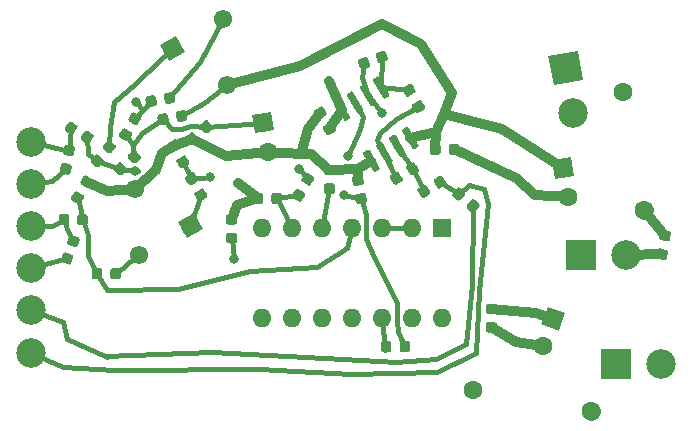
<source format=gbr>
G04 #@! TF.GenerationSoftware,KiCad,Pcbnew,(5.1.2-1)-1*
G04 #@! TF.CreationDate,2021-07-13T12:03:47-04:00*
G04 #@! TF.ProjectId,Ring Modulator - yusynth,52696e67-204d-46f6-9475-6c61746f7220,rev?*
G04 #@! TF.SameCoordinates,Original*
G04 #@! TF.FileFunction,Copper,L1,Top*
G04 #@! TF.FilePolarity,Positive*
%FSLAX46Y46*%
G04 Gerber Fmt 4.6, Leading zero omitted, Abs format (unit mm)*
G04 Created by KiCad (PCBNEW (5.1.2-1)-1) date 2021-07-13 12:03:47*
%MOMM*%
%LPD*%
G04 APERTURE LIST*
%ADD10C,0.100000*%
%ADD11C,0.875000*%
%ADD12C,0.600000*%
%ADD13C,1.600000*%
%ADD14C,1.600000*%
%ADD15C,2.499360*%
%ADD16R,2.499360X2.499360*%
%ADD17C,1.550000*%
%ADD18O,1.600000X1.600000*%
%ADD19R,1.600000X1.600000*%
%ADD20C,0.800000*%
%ADD21C,0.406400*%
%ADD22C,0.812800*%
G04 APERTURE END LIST*
D10*
G36*
X24414259Y-25039548D02*
G01*
X24435379Y-25043391D01*
X24456021Y-25049286D01*
X24475986Y-25057176D01*
X24495081Y-25066984D01*
X24938919Y-25323234D01*
X24956961Y-25334867D01*
X24973776Y-25348212D01*
X24989202Y-25363141D01*
X25003090Y-25379510D01*
X25015307Y-25397162D01*
X25025735Y-25415926D01*
X25034273Y-25435622D01*
X25040840Y-25456060D01*
X25045372Y-25477044D01*
X25047826Y-25498370D01*
X25048177Y-25519834D01*
X25046423Y-25541230D01*
X25042580Y-25562350D01*
X25036685Y-25582992D01*
X25028795Y-25602957D01*
X25018987Y-25622052D01*
X24800237Y-26000938D01*
X24788604Y-26018980D01*
X24775259Y-26035795D01*
X24760330Y-26051221D01*
X24743961Y-26065109D01*
X24726309Y-26077326D01*
X24707545Y-26087754D01*
X24687849Y-26096292D01*
X24667411Y-26102859D01*
X24646427Y-26107391D01*
X24625101Y-26109845D01*
X24603637Y-26110196D01*
X24582241Y-26108442D01*
X24561121Y-26104599D01*
X24540479Y-26098704D01*
X24520514Y-26090814D01*
X24501419Y-26081006D01*
X24057581Y-25824756D01*
X24039539Y-25813123D01*
X24022724Y-25799778D01*
X24007298Y-25784849D01*
X23993410Y-25768480D01*
X23981193Y-25750828D01*
X23970765Y-25732064D01*
X23962227Y-25712368D01*
X23955660Y-25691930D01*
X23951128Y-25670946D01*
X23948674Y-25649620D01*
X23948323Y-25628156D01*
X23950077Y-25606760D01*
X23953920Y-25585640D01*
X23959815Y-25564998D01*
X23967705Y-25545033D01*
X23977513Y-25525938D01*
X24196263Y-25147052D01*
X24207896Y-25129010D01*
X24221241Y-25112195D01*
X24236170Y-25096769D01*
X24252539Y-25082881D01*
X24270191Y-25070664D01*
X24288955Y-25060236D01*
X24308651Y-25051698D01*
X24329089Y-25045131D01*
X24350073Y-25040599D01*
X24371399Y-25038145D01*
X24392863Y-25037794D01*
X24414259Y-25039548D01*
X24414259Y-25039548D01*
G37*
D11*
X24498250Y-25573995D03*
D10*
G36*
X25201759Y-23675558D02*
G01*
X25222879Y-23679401D01*
X25243521Y-23685296D01*
X25263486Y-23693186D01*
X25282581Y-23702994D01*
X25726419Y-23959244D01*
X25744461Y-23970877D01*
X25761276Y-23984222D01*
X25776702Y-23999151D01*
X25790590Y-24015520D01*
X25802807Y-24033172D01*
X25813235Y-24051936D01*
X25821773Y-24071632D01*
X25828340Y-24092070D01*
X25832872Y-24113054D01*
X25835326Y-24134380D01*
X25835677Y-24155844D01*
X25833923Y-24177240D01*
X25830080Y-24198360D01*
X25824185Y-24219002D01*
X25816295Y-24238967D01*
X25806487Y-24258062D01*
X25587737Y-24636948D01*
X25576104Y-24654990D01*
X25562759Y-24671805D01*
X25547830Y-24687231D01*
X25531461Y-24701119D01*
X25513809Y-24713336D01*
X25495045Y-24723764D01*
X25475349Y-24732302D01*
X25454911Y-24738869D01*
X25433927Y-24743401D01*
X25412601Y-24745855D01*
X25391137Y-24746206D01*
X25369741Y-24744452D01*
X25348621Y-24740609D01*
X25327979Y-24734714D01*
X25308014Y-24726824D01*
X25288919Y-24717016D01*
X24845081Y-24460766D01*
X24827039Y-24449133D01*
X24810224Y-24435788D01*
X24794798Y-24420859D01*
X24780910Y-24404490D01*
X24768693Y-24386838D01*
X24758265Y-24368074D01*
X24749727Y-24348378D01*
X24743160Y-24327940D01*
X24738628Y-24306956D01*
X24736174Y-24285630D01*
X24735823Y-24264166D01*
X24737577Y-24242770D01*
X24741420Y-24221650D01*
X24747315Y-24201008D01*
X24755205Y-24181043D01*
X24765013Y-24161948D01*
X24983763Y-23783062D01*
X24995396Y-23765020D01*
X25008741Y-23748205D01*
X25023670Y-23732779D01*
X25040039Y-23718891D01*
X25057691Y-23706674D01*
X25076455Y-23696246D01*
X25096151Y-23687708D01*
X25116589Y-23681141D01*
X25137573Y-23676609D01*
X25158899Y-23674155D01*
X25180363Y-23673804D01*
X25201759Y-23675558D01*
X25201759Y-23675558D01*
G37*
D11*
X25285750Y-24210005D03*
D10*
G36*
X48334493Y-24915163D02*
G01*
X48349116Y-24916846D01*
X48363505Y-24919953D01*
X48377520Y-24924456D01*
X48391025Y-24930311D01*
X48403892Y-24937462D01*
X48415996Y-24945839D01*
X48427221Y-24955362D01*
X48437458Y-24965940D01*
X48446609Y-24977470D01*
X48454586Y-24989842D01*
X49279586Y-26418784D01*
X49286312Y-26431878D01*
X49291722Y-26445568D01*
X49295764Y-26459723D01*
X49298399Y-26474205D01*
X49299602Y-26488876D01*
X49299361Y-26503594D01*
X49297678Y-26518218D01*
X49294571Y-26532607D01*
X49290068Y-26546622D01*
X49284213Y-26560127D01*
X49277062Y-26572994D01*
X49268685Y-26585098D01*
X49259162Y-26596323D01*
X49248584Y-26606560D01*
X49237054Y-26615711D01*
X49224682Y-26623688D01*
X48964874Y-26773688D01*
X48951780Y-26780414D01*
X48938090Y-26785824D01*
X48923935Y-26789866D01*
X48909453Y-26792501D01*
X48894782Y-26793704D01*
X48880063Y-26793463D01*
X48865440Y-26791780D01*
X48851051Y-26788673D01*
X48837036Y-26784170D01*
X48823531Y-26778315D01*
X48810664Y-26771164D01*
X48798560Y-26762787D01*
X48787335Y-26753264D01*
X48777098Y-26742686D01*
X48767947Y-26731156D01*
X48759970Y-26718784D01*
X47934970Y-25289842D01*
X47928244Y-25276748D01*
X47922834Y-25263058D01*
X47918792Y-25248903D01*
X47916157Y-25234421D01*
X47914954Y-25219750D01*
X47915195Y-25205032D01*
X47916878Y-25190408D01*
X47919985Y-25176019D01*
X47924488Y-25162004D01*
X47930343Y-25148499D01*
X47937494Y-25135632D01*
X47945871Y-25123528D01*
X47955394Y-25112303D01*
X47965972Y-25102066D01*
X47977502Y-25092915D01*
X47989874Y-25084938D01*
X48249682Y-24934938D01*
X48262776Y-24928212D01*
X48276466Y-24922802D01*
X48290621Y-24918760D01*
X48305103Y-24916125D01*
X48319774Y-24914922D01*
X48334493Y-24915163D01*
X48334493Y-24915163D01*
G37*
D12*
X48607278Y-25854313D03*
D10*
G36*
X47234641Y-25550163D02*
G01*
X47249264Y-25551846D01*
X47263653Y-25554953D01*
X47277668Y-25559456D01*
X47291173Y-25565311D01*
X47304040Y-25572462D01*
X47316144Y-25580839D01*
X47327369Y-25590362D01*
X47337606Y-25600940D01*
X47346757Y-25612470D01*
X47354734Y-25624842D01*
X48179734Y-27053784D01*
X48186460Y-27066878D01*
X48191870Y-27080568D01*
X48195912Y-27094723D01*
X48198547Y-27109205D01*
X48199750Y-27123876D01*
X48199509Y-27138594D01*
X48197826Y-27153218D01*
X48194719Y-27167607D01*
X48190216Y-27181622D01*
X48184361Y-27195127D01*
X48177210Y-27207994D01*
X48168833Y-27220098D01*
X48159310Y-27231323D01*
X48148732Y-27241560D01*
X48137202Y-27250711D01*
X48124830Y-27258688D01*
X47865022Y-27408688D01*
X47851928Y-27415414D01*
X47838238Y-27420824D01*
X47824083Y-27424866D01*
X47809601Y-27427501D01*
X47794930Y-27428704D01*
X47780211Y-27428463D01*
X47765588Y-27426780D01*
X47751199Y-27423673D01*
X47737184Y-27419170D01*
X47723679Y-27413315D01*
X47710812Y-27406164D01*
X47698708Y-27397787D01*
X47687483Y-27388264D01*
X47677246Y-27377686D01*
X47668095Y-27366156D01*
X47660118Y-27353784D01*
X46835118Y-25924842D01*
X46828392Y-25911748D01*
X46822982Y-25898058D01*
X46818940Y-25883903D01*
X46816305Y-25869421D01*
X46815102Y-25854750D01*
X46815343Y-25840032D01*
X46817026Y-25825408D01*
X46820133Y-25811019D01*
X46824636Y-25797004D01*
X46830491Y-25783499D01*
X46837642Y-25770632D01*
X46846019Y-25758528D01*
X46855542Y-25747303D01*
X46866120Y-25737066D01*
X46877650Y-25727915D01*
X46890022Y-25719938D01*
X47149830Y-25569938D01*
X47162924Y-25563212D01*
X47176614Y-25557802D01*
X47190769Y-25553760D01*
X47205251Y-25551125D01*
X47219922Y-25549922D01*
X47234641Y-25550163D01*
X47234641Y-25550163D01*
G37*
D12*
X47507426Y-26489313D03*
D10*
G36*
X46134789Y-26185163D02*
G01*
X46149412Y-26186846D01*
X46163801Y-26189953D01*
X46177816Y-26194456D01*
X46191321Y-26200311D01*
X46204188Y-26207462D01*
X46216292Y-26215839D01*
X46227517Y-26225362D01*
X46237754Y-26235940D01*
X46246905Y-26247470D01*
X46254882Y-26259842D01*
X47079882Y-27688784D01*
X47086608Y-27701878D01*
X47092018Y-27715568D01*
X47096060Y-27729723D01*
X47098695Y-27744205D01*
X47099898Y-27758876D01*
X47099657Y-27773594D01*
X47097974Y-27788218D01*
X47094867Y-27802607D01*
X47090364Y-27816622D01*
X47084509Y-27830127D01*
X47077358Y-27842994D01*
X47068981Y-27855098D01*
X47059458Y-27866323D01*
X47048880Y-27876560D01*
X47037350Y-27885711D01*
X47024978Y-27893688D01*
X46765170Y-28043688D01*
X46752076Y-28050414D01*
X46738386Y-28055824D01*
X46724231Y-28059866D01*
X46709749Y-28062501D01*
X46695078Y-28063704D01*
X46680359Y-28063463D01*
X46665736Y-28061780D01*
X46651347Y-28058673D01*
X46637332Y-28054170D01*
X46623827Y-28048315D01*
X46610960Y-28041164D01*
X46598856Y-28032787D01*
X46587631Y-28023264D01*
X46577394Y-28012686D01*
X46568243Y-28001156D01*
X46560266Y-27988784D01*
X45735266Y-26559842D01*
X45728540Y-26546748D01*
X45723130Y-26533058D01*
X45719088Y-26518903D01*
X45716453Y-26504421D01*
X45715250Y-26489750D01*
X45715491Y-26475032D01*
X45717174Y-26460408D01*
X45720281Y-26446019D01*
X45724784Y-26432004D01*
X45730639Y-26418499D01*
X45737790Y-26405632D01*
X45746167Y-26393528D01*
X45755690Y-26382303D01*
X45766268Y-26372066D01*
X45777798Y-26362915D01*
X45790170Y-26354938D01*
X46049978Y-26204938D01*
X46063072Y-26198212D01*
X46076762Y-26192802D01*
X46090917Y-26188760D01*
X46105399Y-26186125D01*
X46120070Y-26184922D01*
X46134789Y-26185163D01*
X46134789Y-26185163D01*
G37*
D12*
X46407574Y-27124313D03*
D10*
G36*
X45034937Y-26820163D02*
G01*
X45049560Y-26821846D01*
X45063949Y-26824953D01*
X45077964Y-26829456D01*
X45091469Y-26835311D01*
X45104336Y-26842462D01*
X45116440Y-26850839D01*
X45127665Y-26860362D01*
X45137902Y-26870940D01*
X45147053Y-26882470D01*
X45155030Y-26894842D01*
X45980030Y-28323784D01*
X45986756Y-28336878D01*
X45992166Y-28350568D01*
X45996208Y-28364723D01*
X45998843Y-28379205D01*
X46000046Y-28393876D01*
X45999805Y-28408594D01*
X45998122Y-28423218D01*
X45995015Y-28437607D01*
X45990512Y-28451622D01*
X45984657Y-28465127D01*
X45977506Y-28477994D01*
X45969129Y-28490098D01*
X45959606Y-28501323D01*
X45949028Y-28511560D01*
X45937498Y-28520711D01*
X45925126Y-28528688D01*
X45665318Y-28678688D01*
X45652224Y-28685414D01*
X45638534Y-28690824D01*
X45624379Y-28694866D01*
X45609897Y-28697501D01*
X45595226Y-28698704D01*
X45580507Y-28698463D01*
X45565884Y-28696780D01*
X45551495Y-28693673D01*
X45537480Y-28689170D01*
X45523975Y-28683315D01*
X45511108Y-28676164D01*
X45499004Y-28667787D01*
X45487779Y-28658264D01*
X45477542Y-28647686D01*
X45468391Y-28636156D01*
X45460414Y-28623784D01*
X44635414Y-27194842D01*
X44628688Y-27181748D01*
X44623278Y-27168058D01*
X44619236Y-27153903D01*
X44616601Y-27139421D01*
X44615398Y-27124750D01*
X44615639Y-27110032D01*
X44617322Y-27095408D01*
X44620429Y-27081019D01*
X44624932Y-27067004D01*
X44630787Y-27053499D01*
X44637938Y-27040632D01*
X44646315Y-27028528D01*
X44655838Y-27017303D01*
X44666416Y-27007066D01*
X44677946Y-26997915D01*
X44690318Y-26989938D01*
X44950126Y-26839938D01*
X44963220Y-26833212D01*
X44976910Y-26827802D01*
X44991065Y-26823760D01*
X45005547Y-26821125D01*
X45020218Y-26819922D01*
X45034937Y-26820163D01*
X45034937Y-26820163D01*
G37*
D12*
X45307722Y-27759313D03*
D10*
G36*
X42559937Y-22533337D02*
G01*
X42574560Y-22535020D01*
X42588949Y-22538127D01*
X42602964Y-22542630D01*
X42616469Y-22548485D01*
X42629336Y-22555636D01*
X42641440Y-22564013D01*
X42652665Y-22573536D01*
X42662902Y-22584114D01*
X42672053Y-22595644D01*
X42680030Y-22608016D01*
X43505030Y-24036958D01*
X43511756Y-24050052D01*
X43517166Y-24063742D01*
X43521208Y-24077897D01*
X43523843Y-24092379D01*
X43525046Y-24107050D01*
X43524805Y-24121768D01*
X43523122Y-24136392D01*
X43520015Y-24150781D01*
X43515512Y-24164796D01*
X43509657Y-24178301D01*
X43502506Y-24191168D01*
X43494129Y-24203272D01*
X43484606Y-24214497D01*
X43474028Y-24224734D01*
X43462498Y-24233885D01*
X43450126Y-24241862D01*
X43190318Y-24391862D01*
X43177224Y-24398588D01*
X43163534Y-24403998D01*
X43149379Y-24408040D01*
X43134897Y-24410675D01*
X43120226Y-24411878D01*
X43105507Y-24411637D01*
X43090884Y-24409954D01*
X43076495Y-24406847D01*
X43062480Y-24402344D01*
X43048975Y-24396489D01*
X43036108Y-24389338D01*
X43024004Y-24380961D01*
X43012779Y-24371438D01*
X43002542Y-24360860D01*
X42993391Y-24349330D01*
X42985414Y-24336958D01*
X42160414Y-22908016D01*
X42153688Y-22894922D01*
X42148278Y-22881232D01*
X42144236Y-22867077D01*
X42141601Y-22852595D01*
X42140398Y-22837924D01*
X42140639Y-22823206D01*
X42142322Y-22808582D01*
X42145429Y-22794193D01*
X42149932Y-22780178D01*
X42155787Y-22766673D01*
X42162938Y-22753806D01*
X42171315Y-22741702D01*
X42180838Y-22730477D01*
X42191416Y-22720240D01*
X42202946Y-22711089D01*
X42215318Y-22703112D01*
X42475126Y-22553112D01*
X42488220Y-22546386D01*
X42501910Y-22540976D01*
X42516065Y-22536934D01*
X42530547Y-22534299D01*
X42545218Y-22533096D01*
X42559937Y-22533337D01*
X42559937Y-22533337D01*
G37*
D12*
X42832722Y-23472487D03*
D10*
G36*
X43659789Y-21898337D02*
G01*
X43674412Y-21900020D01*
X43688801Y-21903127D01*
X43702816Y-21907630D01*
X43716321Y-21913485D01*
X43729188Y-21920636D01*
X43741292Y-21929013D01*
X43752517Y-21938536D01*
X43762754Y-21949114D01*
X43771905Y-21960644D01*
X43779882Y-21973016D01*
X44604882Y-23401958D01*
X44611608Y-23415052D01*
X44617018Y-23428742D01*
X44621060Y-23442897D01*
X44623695Y-23457379D01*
X44624898Y-23472050D01*
X44624657Y-23486768D01*
X44622974Y-23501392D01*
X44619867Y-23515781D01*
X44615364Y-23529796D01*
X44609509Y-23543301D01*
X44602358Y-23556168D01*
X44593981Y-23568272D01*
X44584458Y-23579497D01*
X44573880Y-23589734D01*
X44562350Y-23598885D01*
X44549978Y-23606862D01*
X44290170Y-23756862D01*
X44277076Y-23763588D01*
X44263386Y-23768998D01*
X44249231Y-23773040D01*
X44234749Y-23775675D01*
X44220078Y-23776878D01*
X44205359Y-23776637D01*
X44190736Y-23774954D01*
X44176347Y-23771847D01*
X44162332Y-23767344D01*
X44148827Y-23761489D01*
X44135960Y-23754338D01*
X44123856Y-23745961D01*
X44112631Y-23736438D01*
X44102394Y-23725860D01*
X44093243Y-23714330D01*
X44085266Y-23701958D01*
X43260266Y-22273016D01*
X43253540Y-22259922D01*
X43248130Y-22246232D01*
X43244088Y-22232077D01*
X43241453Y-22217595D01*
X43240250Y-22202924D01*
X43240491Y-22188206D01*
X43242174Y-22173582D01*
X43245281Y-22159193D01*
X43249784Y-22145178D01*
X43255639Y-22131673D01*
X43262790Y-22118806D01*
X43271167Y-22106702D01*
X43280690Y-22095477D01*
X43291268Y-22085240D01*
X43302798Y-22076089D01*
X43315170Y-22068112D01*
X43574978Y-21918112D01*
X43588072Y-21911386D01*
X43601762Y-21905976D01*
X43615917Y-21901934D01*
X43630399Y-21899299D01*
X43645070Y-21898096D01*
X43659789Y-21898337D01*
X43659789Y-21898337D01*
G37*
D12*
X43932574Y-22837487D03*
D10*
G36*
X44759641Y-21263337D02*
G01*
X44774264Y-21265020D01*
X44788653Y-21268127D01*
X44802668Y-21272630D01*
X44816173Y-21278485D01*
X44829040Y-21285636D01*
X44841144Y-21294013D01*
X44852369Y-21303536D01*
X44862606Y-21314114D01*
X44871757Y-21325644D01*
X44879734Y-21338016D01*
X45704734Y-22766958D01*
X45711460Y-22780052D01*
X45716870Y-22793742D01*
X45720912Y-22807897D01*
X45723547Y-22822379D01*
X45724750Y-22837050D01*
X45724509Y-22851768D01*
X45722826Y-22866392D01*
X45719719Y-22880781D01*
X45715216Y-22894796D01*
X45709361Y-22908301D01*
X45702210Y-22921168D01*
X45693833Y-22933272D01*
X45684310Y-22944497D01*
X45673732Y-22954734D01*
X45662202Y-22963885D01*
X45649830Y-22971862D01*
X45390022Y-23121862D01*
X45376928Y-23128588D01*
X45363238Y-23133998D01*
X45349083Y-23138040D01*
X45334601Y-23140675D01*
X45319930Y-23141878D01*
X45305211Y-23141637D01*
X45290588Y-23139954D01*
X45276199Y-23136847D01*
X45262184Y-23132344D01*
X45248679Y-23126489D01*
X45235812Y-23119338D01*
X45223708Y-23110961D01*
X45212483Y-23101438D01*
X45202246Y-23090860D01*
X45193095Y-23079330D01*
X45185118Y-23066958D01*
X44360118Y-21638016D01*
X44353392Y-21624922D01*
X44347982Y-21611232D01*
X44343940Y-21597077D01*
X44341305Y-21582595D01*
X44340102Y-21567924D01*
X44340343Y-21553206D01*
X44342026Y-21538582D01*
X44345133Y-21524193D01*
X44349636Y-21510178D01*
X44355491Y-21496673D01*
X44362642Y-21483806D01*
X44371019Y-21471702D01*
X44380542Y-21460477D01*
X44391120Y-21450240D01*
X44402650Y-21441089D01*
X44415022Y-21433112D01*
X44674830Y-21283112D01*
X44687924Y-21276386D01*
X44701614Y-21270976D01*
X44715769Y-21266934D01*
X44730251Y-21264299D01*
X44744922Y-21263096D01*
X44759641Y-21263337D01*
X44759641Y-21263337D01*
G37*
D12*
X45032426Y-22202487D03*
D10*
G36*
X45859493Y-20628337D02*
G01*
X45874116Y-20630020D01*
X45888505Y-20633127D01*
X45902520Y-20637630D01*
X45916025Y-20643485D01*
X45928892Y-20650636D01*
X45940996Y-20659013D01*
X45952221Y-20668536D01*
X45962458Y-20679114D01*
X45971609Y-20690644D01*
X45979586Y-20703016D01*
X46804586Y-22131958D01*
X46811312Y-22145052D01*
X46816722Y-22158742D01*
X46820764Y-22172897D01*
X46823399Y-22187379D01*
X46824602Y-22202050D01*
X46824361Y-22216768D01*
X46822678Y-22231392D01*
X46819571Y-22245781D01*
X46815068Y-22259796D01*
X46809213Y-22273301D01*
X46802062Y-22286168D01*
X46793685Y-22298272D01*
X46784162Y-22309497D01*
X46773584Y-22319734D01*
X46762054Y-22328885D01*
X46749682Y-22336862D01*
X46489874Y-22486862D01*
X46476780Y-22493588D01*
X46463090Y-22498998D01*
X46448935Y-22503040D01*
X46434453Y-22505675D01*
X46419782Y-22506878D01*
X46405063Y-22506637D01*
X46390440Y-22504954D01*
X46376051Y-22501847D01*
X46362036Y-22497344D01*
X46348531Y-22491489D01*
X46335664Y-22484338D01*
X46323560Y-22475961D01*
X46312335Y-22466438D01*
X46302098Y-22455860D01*
X46292947Y-22444330D01*
X46284970Y-22431958D01*
X45459970Y-21003016D01*
X45453244Y-20989922D01*
X45447834Y-20976232D01*
X45443792Y-20962077D01*
X45441157Y-20947595D01*
X45439954Y-20932924D01*
X45440195Y-20918206D01*
X45441878Y-20903582D01*
X45444985Y-20889193D01*
X45449488Y-20875178D01*
X45455343Y-20861673D01*
X45462494Y-20848806D01*
X45470871Y-20836702D01*
X45480394Y-20825477D01*
X45490972Y-20815240D01*
X45502502Y-20806089D01*
X45514874Y-20798112D01*
X45774682Y-20648112D01*
X45787776Y-20641386D01*
X45801466Y-20635976D01*
X45815621Y-20631934D01*
X45830103Y-20629299D01*
X45844774Y-20628096D01*
X45859493Y-20628337D01*
X45859493Y-20628337D01*
G37*
D12*
X46132278Y-21567487D03*
D10*
G36*
X19927287Y-34054367D02*
G01*
X19948639Y-34056588D01*
X19969671Y-34060891D01*
X19990179Y-34067234D01*
X20471771Y-34242519D01*
X20491559Y-34250842D01*
X20510436Y-34261065D01*
X20528220Y-34273089D01*
X20544739Y-34286798D01*
X20559836Y-34302060D01*
X20573364Y-34318728D01*
X20585193Y-34336642D01*
X20595209Y-34355629D01*
X20603316Y-34375507D01*
X20609435Y-34396083D01*
X20613508Y-34417160D01*
X20615496Y-34438535D01*
X20615379Y-34460002D01*
X20613158Y-34481354D01*
X20608855Y-34502385D01*
X20602512Y-34522894D01*
X20452878Y-34934009D01*
X20444555Y-34953797D01*
X20434332Y-34972674D01*
X20422308Y-34990458D01*
X20408599Y-35006977D01*
X20393337Y-35022074D01*
X20376669Y-35035602D01*
X20358755Y-35047431D01*
X20339768Y-35057447D01*
X20319890Y-35065554D01*
X20299314Y-35071673D01*
X20278236Y-35075746D01*
X20256862Y-35077734D01*
X20235395Y-35077617D01*
X20214043Y-35075396D01*
X20193011Y-35071093D01*
X20172503Y-35064750D01*
X19690911Y-34889465D01*
X19671123Y-34881142D01*
X19652246Y-34870919D01*
X19634462Y-34858895D01*
X19617943Y-34845186D01*
X19602846Y-34829924D01*
X19589318Y-34813256D01*
X19577489Y-34795342D01*
X19567473Y-34776355D01*
X19559366Y-34756477D01*
X19553247Y-34735901D01*
X19549174Y-34714824D01*
X19547186Y-34693449D01*
X19547303Y-34671982D01*
X19549524Y-34650630D01*
X19553827Y-34629599D01*
X19560170Y-34609090D01*
X19709804Y-34197975D01*
X19718127Y-34178187D01*
X19728350Y-34159310D01*
X19740374Y-34141526D01*
X19754083Y-34125007D01*
X19769345Y-34109910D01*
X19786013Y-34096382D01*
X19803927Y-34084553D01*
X19822914Y-34074537D01*
X19842792Y-34066430D01*
X19863368Y-34060311D01*
X19884446Y-34056238D01*
X19905820Y-34054250D01*
X19927287Y-34054367D01*
X19927287Y-34054367D01*
G37*
D11*
X20081341Y-34565992D03*
D10*
G36*
X19388605Y-35534383D02*
G01*
X19409957Y-35536604D01*
X19430989Y-35540907D01*
X19451497Y-35547250D01*
X19933089Y-35722535D01*
X19952877Y-35730858D01*
X19971754Y-35741081D01*
X19989538Y-35753105D01*
X20006057Y-35766814D01*
X20021154Y-35782076D01*
X20034682Y-35798744D01*
X20046511Y-35816658D01*
X20056527Y-35835645D01*
X20064634Y-35855523D01*
X20070753Y-35876099D01*
X20074826Y-35897176D01*
X20076814Y-35918551D01*
X20076697Y-35940018D01*
X20074476Y-35961370D01*
X20070173Y-35982401D01*
X20063830Y-36002910D01*
X19914196Y-36414025D01*
X19905873Y-36433813D01*
X19895650Y-36452690D01*
X19883626Y-36470474D01*
X19869917Y-36486993D01*
X19854655Y-36502090D01*
X19837987Y-36515618D01*
X19820073Y-36527447D01*
X19801086Y-36537463D01*
X19781208Y-36545570D01*
X19760632Y-36551689D01*
X19739554Y-36555762D01*
X19718180Y-36557750D01*
X19696713Y-36557633D01*
X19675361Y-36555412D01*
X19654329Y-36551109D01*
X19633821Y-36544766D01*
X19152229Y-36369481D01*
X19132441Y-36361158D01*
X19113564Y-36350935D01*
X19095780Y-36338911D01*
X19079261Y-36325202D01*
X19064164Y-36309940D01*
X19050636Y-36293272D01*
X19038807Y-36275358D01*
X19028791Y-36256371D01*
X19020684Y-36236493D01*
X19014565Y-36215917D01*
X19010492Y-36194840D01*
X19008504Y-36173465D01*
X19008621Y-36151998D01*
X19010842Y-36130646D01*
X19015145Y-36109615D01*
X19021488Y-36089106D01*
X19171122Y-35677991D01*
X19179445Y-35658203D01*
X19189668Y-35639326D01*
X19201692Y-35621542D01*
X19215401Y-35605023D01*
X19230663Y-35589926D01*
X19247331Y-35576398D01*
X19265245Y-35564569D01*
X19284232Y-35554553D01*
X19304110Y-35546446D01*
X19324686Y-35540327D01*
X19345764Y-35536254D01*
X19367138Y-35534266D01*
X19388605Y-35534383D01*
X19388605Y-35534383D01*
G37*
D11*
X19542659Y-36046008D03*
D10*
G36*
X19223569Y-27983499D02*
G01*
X19244867Y-27986185D01*
X19749581Y-28075180D01*
X19770513Y-28079941D01*
X19790878Y-28086730D01*
X19810480Y-28095483D01*
X19829129Y-28106115D01*
X19846647Y-28118524D01*
X19862864Y-28132590D01*
X19877624Y-28148178D01*
X19890785Y-28165137D01*
X19902220Y-28183305D01*
X19911819Y-28202506D01*
X19919491Y-28222556D01*
X19925160Y-28243261D01*
X19928772Y-28264422D01*
X19930293Y-28285835D01*
X19929708Y-28307294D01*
X19927022Y-28328593D01*
X19851050Y-28759446D01*
X19846289Y-28780379D01*
X19839500Y-28800744D01*
X19830747Y-28820345D01*
X19820115Y-28838995D01*
X19807706Y-28856512D01*
X19793640Y-28872729D01*
X19778052Y-28887489D01*
X19761092Y-28900650D01*
X19742925Y-28912085D01*
X19723723Y-28921685D01*
X19703674Y-28929356D01*
X19682969Y-28935025D01*
X19661808Y-28938637D01*
X19640395Y-28940158D01*
X19618935Y-28939573D01*
X19597637Y-28936887D01*
X19092923Y-28847892D01*
X19071991Y-28843131D01*
X19051626Y-28836342D01*
X19032024Y-28827589D01*
X19013375Y-28816957D01*
X18995857Y-28804548D01*
X18979640Y-28790482D01*
X18964880Y-28774894D01*
X18951719Y-28757935D01*
X18940284Y-28739767D01*
X18930685Y-28720566D01*
X18923013Y-28700516D01*
X18917344Y-28679811D01*
X18913732Y-28658650D01*
X18912211Y-28637237D01*
X18912796Y-28615778D01*
X18915482Y-28594479D01*
X18991454Y-28163626D01*
X18996215Y-28142693D01*
X19003004Y-28122328D01*
X19011757Y-28102727D01*
X19022389Y-28084077D01*
X19034798Y-28066560D01*
X19048864Y-28050343D01*
X19064452Y-28035583D01*
X19081412Y-28022422D01*
X19099579Y-28010987D01*
X19118781Y-28001387D01*
X19138830Y-27993716D01*
X19159535Y-27988047D01*
X19180696Y-27984435D01*
X19202109Y-27982914D01*
X19223569Y-27983499D01*
X19223569Y-27983499D01*
G37*
D11*
X19421252Y-28461536D03*
D10*
G36*
X19497065Y-26432427D02*
G01*
X19518363Y-26435113D01*
X20023077Y-26524108D01*
X20044009Y-26528869D01*
X20064374Y-26535658D01*
X20083976Y-26544411D01*
X20102625Y-26555043D01*
X20120143Y-26567452D01*
X20136360Y-26581518D01*
X20151120Y-26597106D01*
X20164281Y-26614065D01*
X20175716Y-26632233D01*
X20185315Y-26651434D01*
X20192987Y-26671484D01*
X20198656Y-26692189D01*
X20202268Y-26713350D01*
X20203789Y-26734763D01*
X20203204Y-26756222D01*
X20200518Y-26777521D01*
X20124546Y-27208374D01*
X20119785Y-27229307D01*
X20112996Y-27249672D01*
X20104243Y-27269273D01*
X20093611Y-27287923D01*
X20081202Y-27305440D01*
X20067136Y-27321657D01*
X20051548Y-27336417D01*
X20034588Y-27349578D01*
X20016421Y-27361013D01*
X19997219Y-27370613D01*
X19977170Y-27378284D01*
X19956465Y-27383953D01*
X19935304Y-27387565D01*
X19913891Y-27389086D01*
X19892431Y-27388501D01*
X19871133Y-27385815D01*
X19366419Y-27296820D01*
X19345487Y-27292059D01*
X19325122Y-27285270D01*
X19305520Y-27276517D01*
X19286871Y-27265885D01*
X19269353Y-27253476D01*
X19253136Y-27239410D01*
X19238376Y-27223822D01*
X19225215Y-27206863D01*
X19213780Y-27188695D01*
X19204181Y-27169494D01*
X19196509Y-27149444D01*
X19190840Y-27128739D01*
X19187228Y-27107578D01*
X19185707Y-27086165D01*
X19186292Y-27064706D01*
X19188978Y-27043407D01*
X19264950Y-26612554D01*
X19269711Y-26591621D01*
X19276500Y-26571256D01*
X19285253Y-26551655D01*
X19295885Y-26533005D01*
X19308294Y-26515488D01*
X19322360Y-26499271D01*
X19337948Y-26484511D01*
X19354908Y-26471350D01*
X19373075Y-26459915D01*
X19392277Y-26450315D01*
X19412326Y-26442644D01*
X19433031Y-26436975D01*
X19454192Y-26433363D01*
X19475605Y-26431842D01*
X19497065Y-26432427D01*
X19497065Y-26432427D01*
G37*
D11*
X19694748Y-26910464D03*
D13*
X36552920Y-26998419D03*
X36118800Y-24536400D03*
D10*
G36*
X35192035Y-23887472D02*
G01*
X36767728Y-23609635D01*
X37045565Y-25185328D01*
X35469872Y-25463165D01*
X35192035Y-23887472D01*
X35192035Y-23887472D01*
G37*
G36*
X53938817Y-31041436D02*
G01*
X53960016Y-31044818D01*
X53980781Y-31050260D01*
X54000914Y-31057713D01*
X54020218Y-31067102D01*
X54038510Y-31078339D01*
X54055612Y-31091314D01*
X54390757Y-31372534D01*
X54406505Y-31387123D01*
X54420747Y-31403185D01*
X54433346Y-31420566D01*
X54444181Y-31439098D01*
X54453147Y-31458603D01*
X54460158Y-31478893D01*
X54465147Y-31499773D01*
X54468065Y-31521041D01*
X54468884Y-31542492D01*
X54467597Y-31563921D01*
X54464216Y-31585120D01*
X54458773Y-31605885D01*
X54451320Y-31626018D01*
X54441931Y-31645322D01*
X54430694Y-31663614D01*
X54417719Y-31680716D01*
X54088290Y-32073314D01*
X54073701Y-32089062D01*
X54057639Y-32103304D01*
X54040258Y-32115903D01*
X54021725Y-32126738D01*
X54002220Y-32135704D01*
X53981931Y-32142715D01*
X53961051Y-32147704D01*
X53939783Y-32150622D01*
X53918332Y-32151441D01*
X53896903Y-32150154D01*
X53875704Y-32146772D01*
X53854939Y-32141330D01*
X53834806Y-32133877D01*
X53815502Y-32124488D01*
X53797210Y-32113251D01*
X53780108Y-32100276D01*
X53444963Y-31819056D01*
X53429215Y-31804467D01*
X53414973Y-31788405D01*
X53402374Y-31771024D01*
X53391539Y-31752492D01*
X53382573Y-31732987D01*
X53375562Y-31712697D01*
X53370573Y-31691817D01*
X53367655Y-31670549D01*
X53366836Y-31649098D01*
X53368123Y-31627669D01*
X53371504Y-31606470D01*
X53376947Y-31585705D01*
X53384400Y-31565572D01*
X53393789Y-31546268D01*
X53405026Y-31527976D01*
X53418001Y-31510874D01*
X53747430Y-31118276D01*
X53762019Y-31102528D01*
X53778081Y-31088286D01*
X53795462Y-31075687D01*
X53813995Y-31064852D01*
X53833500Y-31055886D01*
X53853789Y-31048875D01*
X53874669Y-31043886D01*
X53895937Y-31040968D01*
X53917388Y-31040149D01*
X53938817Y-31041436D01*
X53938817Y-31041436D01*
G37*
D11*
X53917860Y-31595795D03*
D10*
G36*
X52732297Y-30029046D02*
G01*
X52753496Y-30032428D01*
X52774261Y-30037870D01*
X52794394Y-30045323D01*
X52813698Y-30054712D01*
X52831990Y-30065949D01*
X52849092Y-30078924D01*
X53184237Y-30360144D01*
X53199985Y-30374733D01*
X53214227Y-30390795D01*
X53226826Y-30408176D01*
X53237661Y-30426708D01*
X53246627Y-30446213D01*
X53253638Y-30466503D01*
X53258627Y-30487383D01*
X53261545Y-30508651D01*
X53262364Y-30530102D01*
X53261077Y-30551531D01*
X53257696Y-30572730D01*
X53252253Y-30593495D01*
X53244800Y-30613628D01*
X53235411Y-30632932D01*
X53224174Y-30651224D01*
X53211199Y-30668326D01*
X52881770Y-31060924D01*
X52867181Y-31076672D01*
X52851119Y-31090914D01*
X52833738Y-31103513D01*
X52815205Y-31114348D01*
X52795700Y-31123314D01*
X52775411Y-31130325D01*
X52754531Y-31135314D01*
X52733263Y-31138232D01*
X52711812Y-31139051D01*
X52690383Y-31137764D01*
X52669184Y-31134382D01*
X52648419Y-31128940D01*
X52628286Y-31121487D01*
X52608982Y-31112098D01*
X52590690Y-31100861D01*
X52573588Y-31087886D01*
X52238443Y-30806666D01*
X52222695Y-30792077D01*
X52208453Y-30776015D01*
X52195854Y-30758634D01*
X52185019Y-30740102D01*
X52176053Y-30720597D01*
X52169042Y-30700307D01*
X52164053Y-30679427D01*
X52161135Y-30658159D01*
X52160316Y-30636708D01*
X52161603Y-30615279D01*
X52164984Y-30594080D01*
X52170427Y-30573315D01*
X52177880Y-30553182D01*
X52187269Y-30533878D01*
X52198506Y-30515586D01*
X52211481Y-30498484D01*
X52540910Y-30105886D01*
X52555499Y-30090138D01*
X52571561Y-30075896D01*
X52588942Y-30063297D01*
X52607475Y-30052462D01*
X52626980Y-30043496D01*
X52647269Y-30036485D01*
X52668149Y-30031496D01*
X52689417Y-30028578D01*
X52710868Y-30027759D01*
X52732297Y-30029046D01*
X52732297Y-30029046D01*
G37*
D11*
X52711340Y-30583405D03*
D13*
X61978320Y-30833819D03*
X61544200Y-28371800D03*
D10*
G36*
X60617435Y-27722872D02*
G01*
X62193128Y-27445035D01*
X62470965Y-29020728D01*
X60895272Y-29298565D01*
X60617435Y-27722872D01*
X60617435Y-27722872D01*
G37*
D13*
X60706000Y-41148000D03*
D10*
G36*
X60227862Y-40122630D02*
G01*
X61731370Y-40669862D01*
X61184138Y-42173370D01*
X59680630Y-41626138D01*
X60227862Y-40122630D01*
X60227862Y-40122630D01*
G37*
D13*
X59850950Y-43497232D03*
X68363065Y-31976647D03*
D14*
X68363065Y-31976647D02*
X68363065Y-31976647D01*
D13*
X66598800Y-21971000D03*
X53898800Y-47218600D03*
X63904447Y-48982865D03*
D14*
X63904447Y-48982865D02*
X63904447Y-48982865D01*
D15*
X16510000Y-33274000D03*
X16510000Y-36830000D03*
X16510000Y-26162000D03*
X16510000Y-29718000D03*
X16510000Y-44018200D03*
X16510000Y-40411400D03*
D16*
X63017400Y-35737800D03*
D15*
X66827400Y-35737800D03*
X61747400Y-19939000D03*
D10*
G36*
X60299701Y-18925310D02*
G01*
X62761090Y-18491301D01*
X63195099Y-20952690D01*
X60733710Y-21386699D01*
X60299701Y-18925310D01*
X60299701Y-18925310D01*
G37*
D15*
X62409000Y-23691118D03*
X69850000Y-44958000D03*
D16*
X66040000Y-44958000D03*
D10*
G36*
X21223230Y-25245577D02*
G01*
X21244350Y-25249420D01*
X21264992Y-25255315D01*
X21284957Y-25263205D01*
X21304052Y-25273013D01*
X21682938Y-25491763D01*
X21700980Y-25503396D01*
X21717795Y-25516741D01*
X21733221Y-25531670D01*
X21747109Y-25548039D01*
X21759326Y-25565691D01*
X21769754Y-25584455D01*
X21778292Y-25604151D01*
X21784859Y-25624589D01*
X21789391Y-25645573D01*
X21791845Y-25666899D01*
X21792196Y-25688363D01*
X21790442Y-25709759D01*
X21786599Y-25730879D01*
X21780704Y-25751521D01*
X21772814Y-25771486D01*
X21763006Y-25790581D01*
X21506756Y-26234419D01*
X21495123Y-26252461D01*
X21481778Y-26269276D01*
X21466849Y-26284702D01*
X21450480Y-26298590D01*
X21432828Y-26310807D01*
X21414064Y-26321235D01*
X21394368Y-26329773D01*
X21373930Y-26336340D01*
X21352946Y-26340872D01*
X21331620Y-26343326D01*
X21310156Y-26343677D01*
X21288760Y-26341923D01*
X21267640Y-26338080D01*
X21246998Y-26332185D01*
X21227033Y-26324295D01*
X21207938Y-26314487D01*
X20829052Y-26095737D01*
X20811010Y-26084104D01*
X20794195Y-26070759D01*
X20778769Y-26055830D01*
X20764881Y-26039461D01*
X20752664Y-26021809D01*
X20742236Y-26003045D01*
X20733698Y-25983349D01*
X20727131Y-25962911D01*
X20722599Y-25941927D01*
X20720145Y-25920601D01*
X20719794Y-25899137D01*
X20721548Y-25877741D01*
X20725391Y-25856621D01*
X20731286Y-25835979D01*
X20739176Y-25816014D01*
X20748984Y-25796919D01*
X21005234Y-25353081D01*
X21016867Y-25335039D01*
X21030212Y-25318224D01*
X21045141Y-25302798D01*
X21061510Y-25288910D01*
X21079162Y-25276693D01*
X21097926Y-25266265D01*
X21117622Y-25257727D01*
X21138060Y-25251160D01*
X21159044Y-25246628D01*
X21180370Y-25244174D01*
X21201834Y-25243823D01*
X21223230Y-25245577D01*
X21223230Y-25245577D01*
G37*
D11*
X21255995Y-25793750D03*
D10*
G36*
X19859240Y-24458077D02*
G01*
X19880360Y-24461920D01*
X19901002Y-24467815D01*
X19920967Y-24475705D01*
X19940062Y-24485513D01*
X20318948Y-24704263D01*
X20336990Y-24715896D01*
X20353805Y-24729241D01*
X20369231Y-24744170D01*
X20383119Y-24760539D01*
X20395336Y-24778191D01*
X20405764Y-24796955D01*
X20414302Y-24816651D01*
X20420869Y-24837089D01*
X20425401Y-24858073D01*
X20427855Y-24879399D01*
X20428206Y-24900863D01*
X20426452Y-24922259D01*
X20422609Y-24943379D01*
X20416714Y-24964021D01*
X20408824Y-24983986D01*
X20399016Y-25003081D01*
X20142766Y-25446919D01*
X20131133Y-25464961D01*
X20117788Y-25481776D01*
X20102859Y-25497202D01*
X20086490Y-25511090D01*
X20068838Y-25523307D01*
X20050074Y-25533735D01*
X20030378Y-25542273D01*
X20009940Y-25548840D01*
X19988956Y-25553372D01*
X19967630Y-25555826D01*
X19946166Y-25556177D01*
X19924770Y-25554423D01*
X19903650Y-25550580D01*
X19883008Y-25544685D01*
X19863043Y-25536795D01*
X19843948Y-25526987D01*
X19465062Y-25308237D01*
X19447020Y-25296604D01*
X19430205Y-25283259D01*
X19414779Y-25268330D01*
X19400891Y-25251961D01*
X19388674Y-25234309D01*
X19378246Y-25215545D01*
X19369708Y-25195849D01*
X19363141Y-25175411D01*
X19358609Y-25154427D01*
X19356155Y-25133101D01*
X19355804Y-25111637D01*
X19357558Y-25090241D01*
X19361401Y-25069121D01*
X19367296Y-25048479D01*
X19375186Y-25028514D01*
X19384994Y-25009419D01*
X19641244Y-24565581D01*
X19652877Y-24547539D01*
X19666222Y-24530724D01*
X19681151Y-24515298D01*
X19697520Y-24501410D01*
X19715172Y-24489193D01*
X19733936Y-24478765D01*
X19753632Y-24470227D01*
X19774070Y-24463660D01*
X19795054Y-24459128D01*
X19816380Y-24456674D01*
X19837844Y-24456323D01*
X19859240Y-24458077D01*
X19859240Y-24458077D01*
G37*
D11*
X19892005Y-25006250D03*
D10*
G36*
X19518691Y-32292053D02*
G01*
X19539926Y-32295203D01*
X19560750Y-32300419D01*
X19580962Y-32307651D01*
X19600368Y-32316830D01*
X19618781Y-32327866D01*
X19636024Y-32340654D01*
X19651930Y-32355070D01*
X19666346Y-32370976D01*
X19679134Y-32388219D01*
X19690170Y-32406632D01*
X19699349Y-32426038D01*
X19706581Y-32446250D01*
X19711797Y-32467074D01*
X19714947Y-32488309D01*
X19716000Y-32509750D01*
X19716000Y-33022250D01*
X19714947Y-33043691D01*
X19711797Y-33064926D01*
X19706581Y-33085750D01*
X19699349Y-33105962D01*
X19690170Y-33125368D01*
X19679134Y-33143781D01*
X19666346Y-33161024D01*
X19651930Y-33176930D01*
X19636024Y-33191346D01*
X19618781Y-33204134D01*
X19600368Y-33215170D01*
X19580962Y-33224349D01*
X19560750Y-33231581D01*
X19539926Y-33236797D01*
X19518691Y-33239947D01*
X19497250Y-33241000D01*
X19059750Y-33241000D01*
X19038309Y-33239947D01*
X19017074Y-33236797D01*
X18996250Y-33231581D01*
X18976038Y-33224349D01*
X18956632Y-33215170D01*
X18938219Y-33204134D01*
X18920976Y-33191346D01*
X18905070Y-33176930D01*
X18890654Y-33161024D01*
X18877866Y-33143781D01*
X18866830Y-33125368D01*
X18857651Y-33105962D01*
X18850419Y-33085750D01*
X18845203Y-33064926D01*
X18842053Y-33043691D01*
X18841000Y-33022250D01*
X18841000Y-32509750D01*
X18842053Y-32488309D01*
X18845203Y-32467074D01*
X18850419Y-32446250D01*
X18857651Y-32426038D01*
X18866830Y-32406632D01*
X18877866Y-32388219D01*
X18890654Y-32370976D01*
X18905070Y-32355070D01*
X18920976Y-32340654D01*
X18938219Y-32327866D01*
X18956632Y-32316830D01*
X18976038Y-32307651D01*
X18996250Y-32300419D01*
X19017074Y-32295203D01*
X19038309Y-32292053D01*
X19059750Y-32291000D01*
X19497250Y-32291000D01*
X19518691Y-32292053D01*
X19518691Y-32292053D01*
G37*
D11*
X19278500Y-32766000D03*
D10*
G36*
X21093691Y-32292053D02*
G01*
X21114926Y-32295203D01*
X21135750Y-32300419D01*
X21155962Y-32307651D01*
X21175368Y-32316830D01*
X21193781Y-32327866D01*
X21211024Y-32340654D01*
X21226930Y-32355070D01*
X21241346Y-32370976D01*
X21254134Y-32388219D01*
X21265170Y-32406632D01*
X21274349Y-32426038D01*
X21281581Y-32446250D01*
X21286797Y-32467074D01*
X21289947Y-32488309D01*
X21291000Y-32509750D01*
X21291000Y-33022250D01*
X21289947Y-33043691D01*
X21286797Y-33064926D01*
X21281581Y-33085750D01*
X21274349Y-33105962D01*
X21265170Y-33125368D01*
X21254134Y-33143781D01*
X21241346Y-33161024D01*
X21226930Y-33176930D01*
X21211024Y-33191346D01*
X21193781Y-33204134D01*
X21175368Y-33215170D01*
X21155962Y-33224349D01*
X21135750Y-33231581D01*
X21114926Y-33236797D01*
X21093691Y-33239947D01*
X21072250Y-33241000D01*
X20634750Y-33241000D01*
X20613309Y-33239947D01*
X20592074Y-33236797D01*
X20571250Y-33231581D01*
X20551038Y-33224349D01*
X20531632Y-33215170D01*
X20513219Y-33204134D01*
X20495976Y-33191346D01*
X20480070Y-33176930D01*
X20465654Y-33161024D01*
X20452866Y-33143781D01*
X20441830Y-33125368D01*
X20432651Y-33105962D01*
X20425419Y-33085750D01*
X20420203Y-33064926D01*
X20417053Y-33043691D01*
X20416000Y-33022250D01*
X20416000Y-32509750D01*
X20417053Y-32488309D01*
X20420203Y-32467074D01*
X20425419Y-32446250D01*
X20432651Y-32426038D01*
X20441830Y-32406632D01*
X20452866Y-32388219D01*
X20465654Y-32370976D01*
X20480070Y-32355070D01*
X20495976Y-32340654D01*
X20513219Y-32327866D01*
X20531632Y-32316830D01*
X20551038Y-32307651D01*
X20571250Y-32300419D01*
X20592074Y-32295203D01*
X20613309Y-32292053D01*
X20634750Y-32291000D01*
X21072250Y-32291000D01*
X21093691Y-32292053D01*
X21093691Y-32292053D01*
G37*
D11*
X20853500Y-32766000D03*
D10*
G36*
X30152663Y-25351368D02*
G01*
X30173931Y-25354286D01*
X30194811Y-25359275D01*
X30215101Y-25366286D01*
X30234606Y-25375252D01*
X30253138Y-25386087D01*
X30270519Y-25398686D01*
X30286581Y-25412928D01*
X30301170Y-25428676D01*
X30630599Y-25821274D01*
X30643574Y-25838376D01*
X30654811Y-25856668D01*
X30664200Y-25875972D01*
X30671653Y-25896105D01*
X30677095Y-25916870D01*
X30680477Y-25938069D01*
X30681764Y-25959498D01*
X30680945Y-25980949D01*
X30678027Y-26002217D01*
X30673038Y-26023097D01*
X30666027Y-26043386D01*
X30657061Y-26062891D01*
X30646226Y-26081424D01*
X30633627Y-26098805D01*
X30619385Y-26114867D01*
X30603637Y-26129456D01*
X30268492Y-26410676D01*
X30251390Y-26423651D01*
X30233098Y-26434888D01*
X30213794Y-26444277D01*
X30193661Y-26451730D01*
X30172896Y-26457173D01*
X30151697Y-26460554D01*
X30130268Y-26461841D01*
X30108817Y-26461022D01*
X30087549Y-26458104D01*
X30066669Y-26453115D01*
X30046379Y-26446104D01*
X30026874Y-26437138D01*
X30008342Y-26426303D01*
X29990961Y-26413704D01*
X29974899Y-26399462D01*
X29960310Y-26383714D01*
X29630881Y-25991116D01*
X29617906Y-25974014D01*
X29606669Y-25955722D01*
X29597280Y-25936418D01*
X29589827Y-25916285D01*
X29584385Y-25895520D01*
X29581003Y-25874321D01*
X29579716Y-25852892D01*
X29580535Y-25831441D01*
X29583453Y-25810173D01*
X29588442Y-25789293D01*
X29595453Y-25769004D01*
X29604419Y-25749499D01*
X29615254Y-25730966D01*
X29627853Y-25713585D01*
X29642095Y-25697523D01*
X29657843Y-25682934D01*
X29992988Y-25401714D01*
X30010090Y-25388739D01*
X30028382Y-25377502D01*
X30047686Y-25368113D01*
X30067819Y-25360660D01*
X30088584Y-25355217D01*
X30109783Y-25351836D01*
X30131212Y-25350549D01*
X30152663Y-25351368D01*
X30152663Y-25351368D01*
G37*
D11*
X30130740Y-25906195D03*
D10*
G36*
X31359183Y-24338978D02*
G01*
X31380451Y-24341896D01*
X31401331Y-24346885D01*
X31421621Y-24353896D01*
X31441126Y-24362862D01*
X31459658Y-24373697D01*
X31477039Y-24386296D01*
X31493101Y-24400538D01*
X31507690Y-24416286D01*
X31837119Y-24808884D01*
X31850094Y-24825986D01*
X31861331Y-24844278D01*
X31870720Y-24863582D01*
X31878173Y-24883715D01*
X31883615Y-24904480D01*
X31886997Y-24925679D01*
X31888284Y-24947108D01*
X31887465Y-24968559D01*
X31884547Y-24989827D01*
X31879558Y-25010707D01*
X31872547Y-25030996D01*
X31863581Y-25050501D01*
X31852746Y-25069034D01*
X31840147Y-25086415D01*
X31825905Y-25102477D01*
X31810157Y-25117066D01*
X31475012Y-25398286D01*
X31457910Y-25411261D01*
X31439618Y-25422498D01*
X31420314Y-25431887D01*
X31400181Y-25439340D01*
X31379416Y-25444783D01*
X31358217Y-25448164D01*
X31336788Y-25449451D01*
X31315337Y-25448632D01*
X31294069Y-25445714D01*
X31273189Y-25440725D01*
X31252899Y-25433714D01*
X31233394Y-25424748D01*
X31214862Y-25413913D01*
X31197481Y-25401314D01*
X31181419Y-25387072D01*
X31166830Y-25371324D01*
X30837401Y-24978726D01*
X30824426Y-24961624D01*
X30813189Y-24943332D01*
X30803800Y-24924028D01*
X30796347Y-24903895D01*
X30790905Y-24883130D01*
X30787523Y-24861931D01*
X30786236Y-24840502D01*
X30787055Y-24819051D01*
X30789973Y-24797783D01*
X30794962Y-24776903D01*
X30801973Y-24756614D01*
X30810939Y-24737109D01*
X30821774Y-24718576D01*
X30834373Y-24701195D01*
X30848615Y-24685133D01*
X30864363Y-24670544D01*
X31199508Y-24389324D01*
X31216610Y-24376349D01*
X31234902Y-24365112D01*
X31254206Y-24355723D01*
X31274339Y-24348270D01*
X31295104Y-24342827D01*
X31316303Y-24339446D01*
X31337732Y-24338159D01*
X31359183Y-24338978D01*
X31359183Y-24338978D01*
G37*
D11*
X31337260Y-24893805D03*
D10*
G36*
X20350259Y-30373548D02*
G01*
X20371379Y-30377391D01*
X20392021Y-30383286D01*
X20411986Y-30391176D01*
X20431081Y-30400984D01*
X20874919Y-30657234D01*
X20892961Y-30668867D01*
X20909776Y-30682212D01*
X20925202Y-30697141D01*
X20939090Y-30713510D01*
X20951307Y-30731162D01*
X20961735Y-30749926D01*
X20970273Y-30769622D01*
X20976840Y-30790060D01*
X20981372Y-30811044D01*
X20983826Y-30832370D01*
X20984177Y-30853834D01*
X20982423Y-30875230D01*
X20978580Y-30896350D01*
X20972685Y-30916992D01*
X20964795Y-30936957D01*
X20954987Y-30956052D01*
X20736237Y-31334938D01*
X20724604Y-31352980D01*
X20711259Y-31369795D01*
X20696330Y-31385221D01*
X20679961Y-31399109D01*
X20662309Y-31411326D01*
X20643545Y-31421754D01*
X20623849Y-31430292D01*
X20603411Y-31436859D01*
X20582427Y-31441391D01*
X20561101Y-31443845D01*
X20539637Y-31444196D01*
X20518241Y-31442442D01*
X20497121Y-31438599D01*
X20476479Y-31432704D01*
X20456514Y-31424814D01*
X20437419Y-31415006D01*
X19993581Y-31158756D01*
X19975539Y-31147123D01*
X19958724Y-31133778D01*
X19943298Y-31118849D01*
X19929410Y-31102480D01*
X19917193Y-31084828D01*
X19906765Y-31066064D01*
X19898227Y-31046368D01*
X19891660Y-31025930D01*
X19887128Y-31004946D01*
X19884674Y-30983620D01*
X19884323Y-30962156D01*
X19886077Y-30940760D01*
X19889920Y-30919640D01*
X19895815Y-30898998D01*
X19903705Y-30879033D01*
X19913513Y-30859938D01*
X20132263Y-30481052D01*
X20143896Y-30463010D01*
X20157241Y-30446195D01*
X20172170Y-30430769D01*
X20188539Y-30416881D01*
X20206191Y-30404664D01*
X20224955Y-30394236D01*
X20244651Y-30385698D01*
X20265089Y-30379131D01*
X20286073Y-30374599D01*
X20307399Y-30372145D01*
X20328863Y-30371794D01*
X20350259Y-30373548D01*
X20350259Y-30373548D01*
G37*
D11*
X20434250Y-30907995D03*
D10*
G36*
X21137759Y-29009558D02*
G01*
X21158879Y-29013401D01*
X21179521Y-29019296D01*
X21199486Y-29027186D01*
X21218581Y-29036994D01*
X21662419Y-29293244D01*
X21680461Y-29304877D01*
X21697276Y-29318222D01*
X21712702Y-29333151D01*
X21726590Y-29349520D01*
X21738807Y-29367172D01*
X21749235Y-29385936D01*
X21757773Y-29405632D01*
X21764340Y-29426070D01*
X21768872Y-29447054D01*
X21771326Y-29468380D01*
X21771677Y-29489844D01*
X21769923Y-29511240D01*
X21766080Y-29532360D01*
X21760185Y-29553002D01*
X21752295Y-29572967D01*
X21742487Y-29592062D01*
X21523737Y-29970948D01*
X21512104Y-29988990D01*
X21498759Y-30005805D01*
X21483830Y-30021231D01*
X21467461Y-30035119D01*
X21449809Y-30047336D01*
X21431045Y-30057764D01*
X21411349Y-30066302D01*
X21390911Y-30072869D01*
X21369927Y-30077401D01*
X21348601Y-30079855D01*
X21327137Y-30080206D01*
X21305741Y-30078452D01*
X21284621Y-30074609D01*
X21263979Y-30068714D01*
X21244014Y-30060824D01*
X21224919Y-30051016D01*
X20781081Y-29794766D01*
X20763039Y-29783133D01*
X20746224Y-29769788D01*
X20730798Y-29754859D01*
X20716910Y-29738490D01*
X20704693Y-29720838D01*
X20694265Y-29702074D01*
X20685727Y-29682378D01*
X20679160Y-29661940D01*
X20674628Y-29640956D01*
X20672174Y-29619630D01*
X20671823Y-29598166D01*
X20673577Y-29576770D01*
X20677420Y-29555650D01*
X20683315Y-29535008D01*
X20691205Y-29515043D01*
X20701013Y-29495948D01*
X20919763Y-29117062D01*
X20931396Y-29099020D01*
X20944741Y-29082205D01*
X20959670Y-29066779D01*
X20976039Y-29052891D01*
X20993691Y-29040674D01*
X21012455Y-29030246D01*
X21032151Y-29021708D01*
X21052589Y-29015141D01*
X21073573Y-29010609D01*
X21094899Y-29008155D01*
X21116363Y-29007804D01*
X21137759Y-29009558D01*
X21137759Y-29009558D01*
G37*
D11*
X21221750Y-29544005D03*
D10*
G36*
X29420650Y-23485732D02*
G01*
X29441811Y-23489344D01*
X29462516Y-23495013D01*
X29482565Y-23502684D01*
X29501767Y-23512284D01*
X29519934Y-23523719D01*
X29536894Y-23536880D01*
X29552482Y-23551640D01*
X29566548Y-23567857D01*
X29578957Y-23585374D01*
X29589589Y-23604024D01*
X29598342Y-23623625D01*
X29605131Y-23643990D01*
X29609892Y-23664923D01*
X29698887Y-24169637D01*
X29701573Y-24190936D01*
X29702158Y-24212395D01*
X29700637Y-24233808D01*
X29697025Y-24254969D01*
X29691356Y-24275674D01*
X29683684Y-24295724D01*
X29674085Y-24314925D01*
X29662650Y-24333093D01*
X29649489Y-24350052D01*
X29634729Y-24365640D01*
X29618512Y-24379706D01*
X29600994Y-24392115D01*
X29582345Y-24402747D01*
X29562743Y-24411500D01*
X29542378Y-24418289D01*
X29521446Y-24423050D01*
X29090593Y-24499022D01*
X29069295Y-24501708D01*
X29047835Y-24502293D01*
X29026422Y-24500772D01*
X29005261Y-24497160D01*
X28984556Y-24491491D01*
X28964507Y-24483820D01*
X28945305Y-24474220D01*
X28927138Y-24462785D01*
X28910178Y-24449624D01*
X28894590Y-24434864D01*
X28880524Y-24418647D01*
X28868115Y-24401130D01*
X28857483Y-24382480D01*
X28848730Y-24362879D01*
X28841941Y-24342514D01*
X28837180Y-24321581D01*
X28748185Y-23816867D01*
X28745499Y-23795568D01*
X28744914Y-23774109D01*
X28746435Y-23752696D01*
X28750047Y-23731535D01*
X28755716Y-23710830D01*
X28763388Y-23690780D01*
X28772987Y-23671579D01*
X28784422Y-23653411D01*
X28797583Y-23636452D01*
X28812343Y-23620864D01*
X28828560Y-23606798D01*
X28846078Y-23594389D01*
X28864727Y-23583757D01*
X28884329Y-23575004D01*
X28904694Y-23568215D01*
X28925626Y-23563454D01*
X29356479Y-23487482D01*
X29377777Y-23484796D01*
X29399237Y-23484211D01*
X29420650Y-23485732D01*
X29420650Y-23485732D01*
G37*
D11*
X29223536Y-23993252D03*
D10*
G36*
X27869578Y-23759228D02*
G01*
X27890739Y-23762840D01*
X27911444Y-23768509D01*
X27931493Y-23776180D01*
X27950695Y-23785780D01*
X27968862Y-23797215D01*
X27985822Y-23810376D01*
X28001410Y-23825136D01*
X28015476Y-23841353D01*
X28027885Y-23858870D01*
X28038517Y-23877520D01*
X28047270Y-23897121D01*
X28054059Y-23917486D01*
X28058820Y-23938419D01*
X28147815Y-24443133D01*
X28150501Y-24464432D01*
X28151086Y-24485891D01*
X28149565Y-24507304D01*
X28145953Y-24528465D01*
X28140284Y-24549170D01*
X28132612Y-24569220D01*
X28123013Y-24588421D01*
X28111578Y-24606589D01*
X28098417Y-24623548D01*
X28083657Y-24639136D01*
X28067440Y-24653202D01*
X28049922Y-24665611D01*
X28031273Y-24676243D01*
X28011671Y-24684996D01*
X27991306Y-24691785D01*
X27970374Y-24696546D01*
X27539521Y-24772518D01*
X27518223Y-24775204D01*
X27496763Y-24775789D01*
X27475350Y-24774268D01*
X27454189Y-24770656D01*
X27433484Y-24764987D01*
X27413435Y-24757316D01*
X27394233Y-24747716D01*
X27376066Y-24736281D01*
X27359106Y-24723120D01*
X27343518Y-24708360D01*
X27329452Y-24692143D01*
X27317043Y-24674626D01*
X27306411Y-24655976D01*
X27297658Y-24636375D01*
X27290869Y-24616010D01*
X27286108Y-24595077D01*
X27197113Y-24090363D01*
X27194427Y-24069064D01*
X27193842Y-24047605D01*
X27195363Y-24026192D01*
X27198975Y-24005031D01*
X27204644Y-23984326D01*
X27212316Y-23964276D01*
X27221915Y-23945075D01*
X27233350Y-23926907D01*
X27246511Y-23909948D01*
X27261271Y-23894360D01*
X27277488Y-23880294D01*
X27295006Y-23867885D01*
X27313655Y-23857253D01*
X27333257Y-23848500D01*
X27353622Y-23841711D01*
X27374554Y-23836950D01*
X27805407Y-23760978D01*
X27826705Y-23758292D01*
X27848165Y-23757707D01*
X27869578Y-23759228D01*
X27869578Y-23759228D01*
G37*
D11*
X27672464Y-24266748D03*
D10*
G36*
X22312691Y-36864053D02*
G01*
X22333926Y-36867203D01*
X22354750Y-36872419D01*
X22374962Y-36879651D01*
X22394368Y-36888830D01*
X22412781Y-36899866D01*
X22430024Y-36912654D01*
X22445930Y-36927070D01*
X22460346Y-36942976D01*
X22473134Y-36960219D01*
X22484170Y-36978632D01*
X22493349Y-36998038D01*
X22500581Y-37018250D01*
X22505797Y-37039074D01*
X22508947Y-37060309D01*
X22510000Y-37081750D01*
X22510000Y-37594250D01*
X22508947Y-37615691D01*
X22505797Y-37636926D01*
X22500581Y-37657750D01*
X22493349Y-37677962D01*
X22484170Y-37697368D01*
X22473134Y-37715781D01*
X22460346Y-37733024D01*
X22445930Y-37748930D01*
X22430024Y-37763346D01*
X22412781Y-37776134D01*
X22394368Y-37787170D01*
X22374962Y-37796349D01*
X22354750Y-37803581D01*
X22333926Y-37808797D01*
X22312691Y-37811947D01*
X22291250Y-37813000D01*
X21853750Y-37813000D01*
X21832309Y-37811947D01*
X21811074Y-37808797D01*
X21790250Y-37803581D01*
X21770038Y-37796349D01*
X21750632Y-37787170D01*
X21732219Y-37776134D01*
X21714976Y-37763346D01*
X21699070Y-37748930D01*
X21684654Y-37733024D01*
X21671866Y-37715781D01*
X21660830Y-37697368D01*
X21651651Y-37677962D01*
X21644419Y-37657750D01*
X21639203Y-37636926D01*
X21636053Y-37615691D01*
X21635000Y-37594250D01*
X21635000Y-37081750D01*
X21636053Y-37060309D01*
X21639203Y-37039074D01*
X21644419Y-37018250D01*
X21651651Y-36998038D01*
X21660830Y-36978632D01*
X21671866Y-36960219D01*
X21684654Y-36942976D01*
X21699070Y-36927070D01*
X21714976Y-36912654D01*
X21732219Y-36899866D01*
X21750632Y-36888830D01*
X21770038Y-36879651D01*
X21790250Y-36872419D01*
X21811074Y-36867203D01*
X21832309Y-36864053D01*
X21853750Y-36863000D01*
X22291250Y-36863000D01*
X22312691Y-36864053D01*
X22312691Y-36864053D01*
G37*
D11*
X22072500Y-37338000D03*
D10*
G36*
X23887691Y-36864053D02*
G01*
X23908926Y-36867203D01*
X23929750Y-36872419D01*
X23949962Y-36879651D01*
X23969368Y-36888830D01*
X23987781Y-36899866D01*
X24005024Y-36912654D01*
X24020930Y-36927070D01*
X24035346Y-36942976D01*
X24048134Y-36960219D01*
X24059170Y-36978632D01*
X24068349Y-36998038D01*
X24075581Y-37018250D01*
X24080797Y-37039074D01*
X24083947Y-37060309D01*
X24085000Y-37081750D01*
X24085000Y-37594250D01*
X24083947Y-37615691D01*
X24080797Y-37636926D01*
X24075581Y-37657750D01*
X24068349Y-37677962D01*
X24059170Y-37697368D01*
X24048134Y-37715781D01*
X24035346Y-37733024D01*
X24020930Y-37748930D01*
X24005024Y-37763346D01*
X23987781Y-37776134D01*
X23969368Y-37787170D01*
X23949962Y-37796349D01*
X23929750Y-37803581D01*
X23908926Y-37808797D01*
X23887691Y-37811947D01*
X23866250Y-37813000D01*
X23428750Y-37813000D01*
X23407309Y-37811947D01*
X23386074Y-37808797D01*
X23365250Y-37803581D01*
X23345038Y-37796349D01*
X23325632Y-37787170D01*
X23307219Y-37776134D01*
X23289976Y-37763346D01*
X23274070Y-37748930D01*
X23259654Y-37733024D01*
X23246866Y-37715781D01*
X23235830Y-37697368D01*
X23226651Y-37677962D01*
X23219419Y-37657750D01*
X23214203Y-37636926D01*
X23211053Y-37615691D01*
X23210000Y-37594250D01*
X23210000Y-37081750D01*
X23211053Y-37060309D01*
X23214203Y-37039074D01*
X23219419Y-37018250D01*
X23226651Y-36998038D01*
X23235830Y-36978632D01*
X23246866Y-36960219D01*
X23259654Y-36942976D01*
X23274070Y-36927070D01*
X23289976Y-36912654D01*
X23307219Y-36899866D01*
X23325632Y-36888830D01*
X23345038Y-36879651D01*
X23365250Y-36872419D01*
X23386074Y-36867203D01*
X23407309Y-36864053D01*
X23428750Y-36863000D01*
X23866250Y-36863000D01*
X23887691Y-36864053D01*
X23887691Y-36864053D01*
G37*
D11*
X23647500Y-37338000D03*
D10*
G36*
X24056663Y-27891368D02*
G01*
X24077931Y-27894286D01*
X24098811Y-27899275D01*
X24119101Y-27906286D01*
X24138606Y-27915252D01*
X24157138Y-27926087D01*
X24174519Y-27938686D01*
X24190581Y-27952928D01*
X24205170Y-27968676D01*
X24534599Y-28361274D01*
X24547574Y-28378376D01*
X24558811Y-28396668D01*
X24568200Y-28415972D01*
X24575653Y-28436105D01*
X24581095Y-28456870D01*
X24584477Y-28478069D01*
X24585764Y-28499498D01*
X24584945Y-28520949D01*
X24582027Y-28542217D01*
X24577038Y-28563097D01*
X24570027Y-28583386D01*
X24561061Y-28602891D01*
X24550226Y-28621424D01*
X24537627Y-28638805D01*
X24523385Y-28654867D01*
X24507637Y-28669456D01*
X24172492Y-28950676D01*
X24155390Y-28963651D01*
X24137098Y-28974888D01*
X24117794Y-28984277D01*
X24097661Y-28991730D01*
X24076896Y-28997173D01*
X24055697Y-29000554D01*
X24034268Y-29001841D01*
X24012817Y-29001022D01*
X23991549Y-28998104D01*
X23970669Y-28993115D01*
X23950379Y-28986104D01*
X23930874Y-28977138D01*
X23912342Y-28966303D01*
X23894961Y-28953704D01*
X23878899Y-28939462D01*
X23864310Y-28923714D01*
X23534881Y-28531116D01*
X23521906Y-28514014D01*
X23510669Y-28495722D01*
X23501280Y-28476418D01*
X23493827Y-28456285D01*
X23488385Y-28435520D01*
X23485003Y-28414321D01*
X23483716Y-28392892D01*
X23484535Y-28371441D01*
X23487453Y-28350173D01*
X23492442Y-28329293D01*
X23499453Y-28309004D01*
X23508419Y-28289499D01*
X23519254Y-28270966D01*
X23531853Y-28253585D01*
X23546095Y-28237523D01*
X23561843Y-28222934D01*
X23896988Y-27941714D01*
X23914090Y-27928739D01*
X23932382Y-27917502D01*
X23951686Y-27908113D01*
X23971819Y-27900660D01*
X23992584Y-27895217D01*
X24013783Y-27891836D01*
X24035212Y-27890549D01*
X24056663Y-27891368D01*
X24056663Y-27891368D01*
G37*
D11*
X24034740Y-28446195D03*
D10*
G36*
X25263183Y-26878978D02*
G01*
X25284451Y-26881896D01*
X25305331Y-26886885D01*
X25325621Y-26893896D01*
X25345126Y-26902862D01*
X25363658Y-26913697D01*
X25381039Y-26926296D01*
X25397101Y-26940538D01*
X25411690Y-26956286D01*
X25741119Y-27348884D01*
X25754094Y-27365986D01*
X25765331Y-27384278D01*
X25774720Y-27403582D01*
X25782173Y-27423715D01*
X25787615Y-27444480D01*
X25790997Y-27465679D01*
X25792284Y-27487108D01*
X25791465Y-27508559D01*
X25788547Y-27529827D01*
X25783558Y-27550707D01*
X25776547Y-27570996D01*
X25767581Y-27590501D01*
X25756746Y-27609034D01*
X25744147Y-27626415D01*
X25729905Y-27642477D01*
X25714157Y-27657066D01*
X25379012Y-27938286D01*
X25361910Y-27951261D01*
X25343618Y-27962498D01*
X25324314Y-27971887D01*
X25304181Y-27979340D01*
X25283416Y-27984783D01*
X25262217Y-27988164D01*
X25240788Y-27989451D01*
X25219337Y-27988632D01*
X25198069Y-27985714D01*
X25177189Y-27980725D01*
X25156899Y-27973714D01*
X25137394Y-27964748D01*
X25118862Y-27953913D01*
X25101481Y-27941314D01*
X25085419Y-27927072D01*
X25070830Y-27911324D01*
X24741401Y-27518726D01*
X24728426Y-27501624D01*
X24717189Y-27483332D01*
X24707800Y-27464028D01*
X24700347Y-27443895D01*
X24694905Y-27423130D01*
X24691523Y-27401931D01*
X24690236Y-27380502D01*
X24691055Y-27359051D01*
X24693973Y-27337783D01*
X24698962Y-27316903D01*
X24705973Y-27296614D01*
X24714939Y-27277109D01*
X24725774Y-27258576D01*
X24738373Y-27241195D01*
X24752615Y-27225133D01*
X24768363Y-27210544D01*
X25103508Y-26929324D01*
X25120610Y-26916349D01*
X25138902Y-26905112D01*
X25158206Y-26895723D01*
X25178339Y-26888270D01*
X25199104Y-26882827D01*
X25220303Y-26879446D01*
X25241732Y-26878159D01*
X25263183Y-26878978D01*
X25263183Y-26878978D01*
G37*
D11*
X25241260Y-27433805D03*
D10*
G36*
X23080321Y-26025003D02*
G01*
X23101520Y-26028384D01*
X23122285Y-26033827D01*
X23142418Y-26041280D01*
X23161722Y-26050669D01*
X23180014Y-26061906D01*
X23197116Y-26074881D01*
X23589714Y-26404310D01*
X23605462Y-26418899D01*
X23619704Y-26434961D01*
X23632303Y-26452342D01*
X23643138Y-26470875D01*
X23652104Y-26490380D01*
X23659115Y-26510669D01*
X23664104Y-26531549D01*
X23667022Y-26552817D01*
X23667841Y-26574268D01*
X23666554Y-26595697D01*
X23663172Y-26616896D01*
X23657730Y-26637661D01*
X23650277Y-26657794D01*
X23640888Y-26677098D01*
X23629651Y-26695390D01*
X23616676Y-26712492D01*
X23335456Y-27047637D01*
X23320867Y-27063385D01*
X23304805Y-27077627D01*
X23287424Y-27090226D01*
X23268892Y-27101061D01*
X23249387Y-27110027D01*
X23229097Y-27117038D01*
X23208217Y-27122027D01*
X23186949Y-27124945D01*
X23165498Y-27125764D01*
X23144069Y-27124477D01*
X23122870Y-27121096D01*
X23102105Y-27115653D01*
X23081972Y-27108200D01*
X23062668Y-27098811D01*
X23044376Y-27087574D01*
X23027274Y-27074599D01*
X22634676Y-26745170D01*
X22618928Y-26730581D01*
X22604686Y-26714519D01*
X22592087Y-26697138D01*
X22581252Y-26678605D01*
X22572286Y-26659100D01*
X22565275Y-26638811D01*
X22560286Y-26617931D01*
X22557368Y-26596663D01*
X22556549Y-26575212D01*
X22557836Y-26553783D01*
X22561218Y-26532584D01*
X22566660Y-26511819D01*
X22574113Y-26491686D01*
X22583502Y-26472382D01*
X22594739Y-26454090D01*
X22607714Y-26436988D01*
X22888934Y-26101843D01*
X22903523Y-26086095D01*
X22919585Y-26071853D01*
X22936966Y-26059254D01*
X22955498Y-26048419D01*
X22975003Y-26039453D01*
X22995293Y-26032442D01*
X23016173Y-26027453D01*
X23037441Y-26024535D01*
X23058892Y-26023716D01*
X23080321Y-26025003D01*
X23080321Y-26025003D01*
G37*
D11*
X23112195Y-26574740D03*
D10*
G36*
X22067931Y-27231523D02*
G01*
X22089130Y-27234904D01*
X22109895Y-27240347D01*
X22130028Y-27247800D01*
X22149332Y-27257189D01*
X22167624Y-27268426D01*
X22184726Y-27281401D01*
X22577324Y-27610830D01*
X22593072Y-27625419D01*
X22607314Y-27641481D01*
X22619913Y-27658862D01*
X22630748Y-27677395D01*
X22639714Y-27696900D01*
X22646725Y-27717189D01*
X22651714Y-27738069D01*
X22654632Y-27759337D01*
X22655451Y-27780788D01*
X22654164Y-27802217D01*
X22650782Y-27823416D01*
X22645340Y-27844181D01*
X22637887Y-27864314D01*
X22628498Y-27883618D01*
X22617261Y-27901910D01*
X22604286Y-27919012D01*
X22323066Y-28254157D01*
X22308477Y-28269905D01*
X22292415Y-28284147D01*
X22275034Y-28296746D01*
X22256502Y-28307581D01*
X22236997Y-28316547D01*
X22216707Y-28323558D01*
X22195827Y-28328547D01*
X22174559Y-28331465D01*
X22153108Y-28332284D01*
X22131679Y-28330997D01*
X22110480Y-28327616D01*
X22089715Y-28322173D01*
X22069582Y-28314720D01*
X22050278Y-28305331D01*
X22031986Y-28294094D01*
X22014884Y-28281119D01*
X21622286Y-27951690D01*
X21606538Y-27937101D01*
X21592296Y-27921039D01*
X21579697Y-27903658D01*
X21568862Y-27885125D01*
X21559896Y-27865620D01*
X21552885Y-27845331D01*
X21547896Y-27824451D01*
X21544978Y-27803183D01*
X21544159Y-27781732D01*
X21545446Y-27760303D01*
X21548828Y-27739104D01*
X21554270Y-27718339D01*
X21561723Y-27698206D01*
X21571112Y-27678902D01*
X21582349Y-27660610D01*
X21595324Y-27643508D01*
X21876544Y-27308363D01*
X21891133Y-27292615D01*
X21907195Y-27278373D01*
X21924576Y-27265774D01*
X21943108Y-27254939D01*
X21962613Y-27245973D01*
X21982903Y-27238962D01*
X22003783Y-27233973D01*
X22025051Y-27231055D01*
X22046502Y-27230236D01*
X22067931Y-27231523D01*
X22067931Y-27231523D01*
G37*
D11*
X22099805Y-27781260D03*
D10*
G36*
X31000601Y-30118145D02*
G01*
X31021927Y-30120599D01*
X31042911Y-30125131D01*
X31063349Y-30131698D01*
X31083045Y-30140236D01*
X31101809Y-30150664D01*
X31119461Y-30162881D01*
X31135830Y-30176769D01*
X31150759Y-30192195D01*
X31164104Y-30209010D01*
X31175737Y-30227052D01*
X31394487Y-30605938D01*
X31404295Y-30625033D01*
X31412185Y-30644998D01*
X31418080Y-30665640D01*
X31421923Y-30686760D01*
X31423677Y-30708156D01*
X31423326Y-30729620D01*
X31420872Y-30750946D01*
X31416340Y-30771930D01*
X31409773Y-30792368D01*
X31401235Y-30812064D01*
X31390807Y-30830828D01*
X31378590Y-30848480D01*
X31364702Y-30864849D01*
X31349276Y-30879778D01*
X31332461Y-30893123D01*
X31314419Y-30904756D01*
X30870581Y-31161006D01*
X30851486Y-31170814D01*
X30831521Y-31178704D01*
X30810879Y-31184599D01*
X30789759Y-31188442D01*
X30768363Y-31190196D01*
X30746899Y-31189845D01*
X30725573Y-31187391D01*
X30704589Y-31182859D01*
X30684151Y-31176292D01*
X30664455Y-31167754D01*
X30645691Y-31157326D01*
X30628039Y-31145109D01*
X30611670Y-31131221D01*
X30596741Y-31115795D01*
X30583396Y-31098980D01*
X30571763Y-31080938D01*
X30353013Y-30702052D01*
X30343205Y-30682957D01*
X30335315Y-30662992D01*
X30329420Y-30642350D01*
X30325577Y-30621230D01*
X30323823Y-30599834D01*
X30324174Y-30578370D01*
X30326628Y-30557044D01*
X30331160Y-30536060D01*
X30337727Y-30515622D01*
X30346265Y-30495926D01*
X30356693Y-30477162D01*
X30368910Y-30459510D01*
X30382798Y-30443141D01*
X30398224Y-30428212D01*
X30415039Y-30414867D01*
X30433081Y-30403234D01*
X30876919Y-30146984D01*
X30896014Y-30137176D01*
X30915979Y-30129286D01*
X30936621Y-30123391D01*
X30957741Y-30119548D01*
X30979137Y-30117794D01*
X31000601Y-30118145D01*
X31000601Y-30118145D01*
G37*
D11*
X30873750Y-30653995D03*
D10*
G36*
X30213101Y-28754155D02*
G01*
X30234427Y-28756609D01*
X30255411Y-28761141D01*
X30275849Y-28767708D01*
X30295545Y-28776246D01*
X30314309Y-28786674D01*
X30331961Y-28798891D01*
X30348330Y-28812779D01*
X30363259Y-28828205D01*
X30376604Y-28845020D01*
X30388237Y-28863062D01*
X30606987Y-29241948D01*
X30616795Y-29261043D01*
X30624685Y-29281008D01*
X30630580Y-29301650D01*
X30634423Y-29322770D01*
X30636177Y-29344166D01*
X30635826Y-29365630D01*
X30633372Y-29386956D01*
X30628840Y-29407940D01*
X30622273Y-29428378D01*
X30613735Y-29448074D01*
X30603307Y-29466838D01*
X30591090Y-29484490D01*
X30577202Y-29500859D01*
X30561776Y-29515788D01*
X30544961Y-29529133D01*
X30526919Y-29540766D01*
X30083081Y-29797016D01*
X30063986Y-29806824D01*
X30044021Y-29814714D01*
X30023379Y-29820609D01*
X30002259Y-29824452D01*
X29980863Y-29826206D01*
X29959399Y-29825855D01*
X29938073Y-29823401D01*
X29917089Y-29818869D01*
X29896651Y-29812302D01*
X29876955Y-29803764D01*
X29858191Y-29793336D01*
X29840539Y-29781119D01*
X29824170Y-29767231D01*
X29809241Y-29751805D01*
X29795896Y-29734990D01*
X29784263Y-29716948D01*
X29565513Y-29338062D01*
X29555705Y-29318967D01*
X29547815Y-29299002D01*
X29541920Y-29278360D01*
X29538077Y-29257240D01*
X29536323Y-29235844D01*
X29536674Y-29214380D01*
X29539128Y-29193054D01*
X29543660Y-29172070D01*
X29550227Y-29151632D01*
X29558765Y-29131936D01*
X29569193Y-29113172D01*
X29581410Y-29095520D01*
X29595298Y-29079151D01*
X29610724Y-29064222D01*
X29627539Y-29050877D01*
X29645581Y-29039244D01*
X30089419Y-28782994D01*
X30108514Y-28773186D01*
X30128479Y-28765296D01*
X30149121Y-28759401D01*
X30170241Y-28755558D01*
X30191637Y-28753804D01*
X30213101Y-28754155D01*
X30213101Y-28754155D01*
G37*
D11*
X30086250Y-29290005D03*
D10*
G36*
X26853578Y-22235228D02*
G01*
X26874739Y-22238840D01*
X26895444Y-22244509D01*
X26915493Y-22252180D01*
X26934695Y-22261780D01*
X26952862Y-22273215D01*
X26969822Y-22286376D01*
X26985410Y-22301136D01*
X26999476Y-22317353D01*
X27011885Y-22334870D01*
X27022517Y-22353520D01*
X27031270Y-22373121D01*
X27038059Y-22393486D01*
X27042820Y-22414419D01*
X27131815Y-22919133D01*
X27134501Y-22940432D01*
X27135086Y-22961891D01*
X27133565Y-22983304D01*
X27129953Y-23004465D01*
X27124284Y-23025170D01*
X27116612Y-23045220D01*
X27107013Y-23064421D01*
X27095578Y-23082589D01*
X27082417Y-23099548D01*
X27067657Y-23115136D01*
X27051440Y-23129202D01*
X27033922Y-23141611D01*
X27015273Y-23152243D01*
X26995671Y-23160996D01*
X26975306Y-23167785D01*
X26954374Y-23172546D01*
X26523521Y-23248518D01*
X26502223Y-23251204D01*
X26480763Y-23251789D01*
X26459350Y-23250268D01*
X26438189Y-23246656D01*
X26417484Y-23240987D01*
X26397435Y-23233316D01*
X26378233Y-23223716D01*
X26360066Y-23212281D01*
X26343106Y-23199120D01*
X26327518Y-23184360D01*
X26313452Y-23168143D01*
X26301043Y-23150626D01*
X26290411Y-23131976D01*
X26281658Y-23112375D01*
X26274869Y-23092010D01*
X26270108Y-23071077D01*
X26181113Y-22566363D01*
X26178427Y-22545064D01*
X26177842Y-22523605D01*
X26179363Y-22502192D01*
X26182975Y-22481031D01*
X26188644Y-22460326D01*
X26196316Y-22440276D01*
X26205915Y-22421075D01*
X26217350Y-22402907D01*
X26230511Y-22385948D01*
X26245271Y-22370360D01*
X26261488Y-22356294D01*
X26279006Y-22343885D01*
X26297655Y-22333253D01*
X26317257Y-22324500D01*
X26337622Y-22317711D01*
X26358554Y-22312950D01*
X26789407Y-22236978D01*
X26810705Y-22234292D01*
X26832165Y-22233707D01*
X26853578Y-22235228D01*
X26853578Y-22235228D01*
G37*
D11*
X26656464Y-22742748D03*
D10*
G36*
X28404650Y-21961732D02*
G01*
X28425811Y-21965344D01*
X28446516Y-21971013D01*
X28466565Y-21978684D01*
X28485767Y-21988284D01*
X28503934Y-21999719D01*
X28520894Y-22012880D01*
X28536482Y-22027640D01*
X28550548Y-22043857D01*
X28562957Y-22061374D01*
X28573589Y-22080024D01*
X28582342Y-22099625D01*
X28589131Y-22119990D01*
X28593892Y-22140923D01*
X28682887Y-22645637D01*
X28685573Y-22666936D01*
X28686158Y-22688395D01*
X28684637Y-22709808D01*
X28681025Y-22730969D01*
X28675356Y-22751674D01*
X28667684Y-22771724D01*
X28658085Y-22790925D01*
X28646650Y-22809093D01*
X28633489Y-22826052D01*
X28618729Y-22841640D01*
X28602512Y-22855706D01*
X28584994Y-22868115D01*
X28566345Y-22878747D01*
X28546743Y-22887500D01*
X28526378Y-22894289D01*
X28505446Y-22899050D01*
X28074593Y-22975022D01*
X28053295Y-22977708D01*
X28031835Y-22978293D01*
X28010422Y-22976772D01*
X27989261Y-22973160D01*
X27968556Y-22967491D01*
X27948507Y-22959820D01*
X27929305Y-22950220D01*
X27911138Y-22938785D01*
X27894178Y-22925624D01*
X27878590Y-22910864D01*
X27864524Y-22894647D01*
X27852115Y-22877130D01*
X27841483Y-22858480D01*
X27832730Y-22838879D01*
X27825941Y-22818514D01*
X27821180Y-22797581D01*
X27732185Y-22292867D01*
X27729499Y-22271568D01*
X27728914Y-22250109D01*
X27730435Y-22228696D01*
X27734047Y-22207535D01*
X27739716Y-22186830D01*
X27747388Y-22166780D01*
X27756987Y-22147579D01*
X27768422Y-22129411D01*
X27781583Y-22112452D01*
X27796343Y-22096864D01*
X27812560Y-22082798D01*
X27830078Y-22070389D01*
X27848727Y-22059757D01*
X27868329Y-22051004D01*
X27888694Y-22044215D01*
X27909626Y-22039454D01*
X28340479Y-21963482D01*
X28361777Y-21960796D01*
X28383237Y-21960211D01*
X28404650Y-21961732D01*
X28404650Y-21961732D01*
G37*
D11*
X28207536Y-22469252D03*
D10*
G36*
X28689101Y-25960155D02*
G01*
X28710427Y-25962609D01*
X28731411Y-25967141D01*
X28751849Y-25973708D01*
X28771545Y-25982246D01*
X28790309Y-25992674D01*
X28807961Y-26004891D01*
X28824330Y-26018779D01*
X28839259Y-26034205D01*
X28852604Y-26051020D01*
X28864237Y-26069062D01*
X29082987Y-26447948D01*
X29092795Y-26467043D01*
X29100685Y-26487008D01*
X29106580Y-26507650D01*
X29110423Y-26528770D01*
X29112177Y-26550166D01*
X29111826Y-26571630D01*
X29109372Y-26592956D01*
X29104840Y-26613940D01*
X29098273Y-26634378D01*
X29089735Y-26654074D01*
X29079307Y-26672838D01*
X29067090Y-26690490D01*
X29053202Y-26706859D01*
X29037776Y-26721788D01*
X29020961Y-26735133D01*
X29002919Y-26746766D01*
X28559081Y-27003016D01*
X28539986Y-27012824D01*
X28520021Y-27020714D01*
X28499379Y-27026609D01*
X28478259Y-27030452D01*
X28456863Y-27032206D01*
X28435399Y-27031855D01*
X28414073Y-27029401D01*
X28393089Y-27024869D01*
X28372651Y-27018302D01*
X28352955Y-27009764D01*
X28334191Y-26999336D01*
X28316539Y-26987119D01*
X28300170Y-26973231D01*
X28285241Y-26957805D01*
X28271896Y-26940990D01*
X28260263Y-26922948D01*
X28041513Y-26544062D01*
X28031705Y-26524967D01*
X28023815Y-26505002D01*
X28017920Y-26484360D01*
X28014077Y-26463240D01*
X28012323Y-26441844D01*
X28012674Y-26420380D01*
X28015128Y-26399054D01*
X28019660Y-26378070D01*
X28026227Y-26357632D01*
X28034765Y-26337936D01*
X28045193Y-26319172D01*
X28057410Y-26301520D01*
X28071298Y-26285151D01*
X28086724Y-26270222D01*
X28103539Y-26256877D01*
X28121581Y-26245244D01*
X28565419Y-25988994D01*
X28584514Y-25979186D01*
X28604479Y-25971296D01*
X28625121Y-25965401D01*
X28646241Y-25961558D01*
X28667637Y-25959804D01*
X28689101Y-25960155D01*
X28689101Y-25960155D01*
G37*
D11*
X28562250Y-26496005D03*
D10*
G36*
X29476601Y-27324145D02*
G01*
X29497927Y-27326599D01*
X29518911Y-27331131D01*
X29539349Y-27337698D01*
X29559045Y-27346236D01*
X29577809Y-27356664D01*
X29595461Y-27368881D01*
X29611830Y-27382769D01*
X29626759Y-27398195D01*
X29640104Y-27415010D01*
X29651737Y-27433052D01*
X29870487Y-27811938D01*
X29880295Y-27831033D01*
X29888185Y-27850998D01*
X29894080Y-27871640D01*
X29897923Y-27892760D01*
X29899677Y-27914156D01*
X29899326Y-27935620D01*
X29896872Y-27956946D01*
X29892340Y-27977930D01*
X29885773Y-27998368D01*
X29877235Y-28018064D01*
X29866807Y-28036828D01*
X29854590Y-28054480D01*
X29840702Y-28070849D01*
X29825276Y-28085778D01*
X29808461Y-28099123D01*
X29790419Y-28110756D01*
X29346581Y-28367006D01*
X29327486Y-28376814D01*
X29307521Y-28384704D01*
X29286879Y-28390599D01*
X29265759Y-28394442D01*
X29244363Y-28396196D01*
X29222899Y-28395845D01*
X29201573Y-28393391D01*
X29180589Y-28388859D01*
X29160151Y-28382292D01*
X29140455Y-28373754D01*
X29121691Y-28363326D01*
X29104039Y-28351109D01*
X29087670Y-28337221D01*
X29072741Y-28321795D01*
X29059396Y-28304980D01*
X29047763Y-28286938D01*
X28829013Y-27908052D01*
X28819205Y-27888957D01*
X28811315Y-27868992D01*
X28805420Y-27848350D01*
X28801577Y-27827230D01*
X28799823Y-27805834D01*
X28800174Y-27784370D01*
X28802628Y-27763044D01*
X28807160Y-27742060D01*
X28813727Y-27721622D01*
X28822265Y-27701926D01*
X28832693Y-27683162D01*
X28844910Y-27665510D01*
X28858798Y-27649141D01*
X28874224Y-27634212D01*
X28891039Y-27620867D01*
X28909081Y-27609234D01*
X29352919Y-27352984D01*
X29372014Y-27343176D01*
X29391979Y-27335286D01*
X29412621Y-27329391D01*
X29433741Y-27325548D01*
X29455137Y-27323794D01*
X29476601Y-27324145D01*
X29476601Y-27324145D01*
G37*
D11*
X29349750Y-27859995D03*
D10*
G36*
X35952591Y-30488653D02*
G01*
X35973826Y-30491803D01*
X35994650Y-30497019D01*
X36014862Y-30504251D01*
X36034268Y-30513430D01*
X36052681Y-30524466D01*
X36069924Y-30537254D01*
X36085830Y-30551670D01*
X36100246Y-30567576D01*
X36113034Y-30584819D01*
X36124070Y-30603232D01*
X36133249Y-30622638D01*
X36140481Y-30642850D01*
X36145697Y-30663674D01*
X36148847Y-30684909D01*
X36149900Y-30706350D01*
X36149900Y-31218850D01*
X36148847Y-31240291D01*
X36145697Y-31261526D01*
X36140481Y-31282350D01*
X36133249Y-31302562D01*
X36124070Y-31321968D01*
X36113034Y-31340381D01*
X36100246Y-31357624D01*
X36085830Y-31373530D01*
X36069924Y-31387946D01*
X36052681Y-31400734D01*
X36034268Y-31411770D01*
X36014862Y-31420949D01*
X35994650Y-31428181D01*
X35973826Y-31433397D01*
X35952591Y-31436547D01*
X35931150Y-31437600D01*
X35493650Y-31437600D01*
X35472209Y-31436547D01*
X35450974Y-31433397D01*
X35430150Y-31428181D01*
X35409938Y-31420949D01*
X35390532Y-31411770D01*
X35372119Y-31400734D01*
X35354876Y-31387946D01*
X35338970Y-31373530D01*
X35324554Y-31357624D01*
X35311766Y-31340381D01*
X35300730Y-31321968D01*
X35291551Y-31302562D01*
X35284319Y-31282350D01*
X35279103Y-31261526D01*
X35275953Y-31240291D01*
X35274900Y-31218850D01*
X35274900Y-30706350D01*
X35275953Y-30684909D01*
X35279103Y-30663674D01*
X35284319Y-30642850D01*
X35291551Y-30622638D01*
X35300730Y-30603232D01*
X35311766Y-30584819D01*
X35324554Y-30567576D01*
X35338970Y-30551670D01*
X35354876Y-30537254D01*
X35372119Y-30524466D01*
X35390532Y-30513430D01*
X35409938Y-30504251D01*
X35430150Y-30497019D01*
X35450974Y-30491803D01*
X35472209Y-30488653D01*
X35493650Y-30487600D01*
X35931150Y-30487600D01*
X35952591Y-30488653D01*
X35952591Y-30488653D01*
G37*
D11*
X35712400Y-30962600D03*
D10*
G36*
X37527591Y-30488653D02*
G01*
X37548826Y-30491803D01*
X37569650Y-30497019D01*
X37589862Y-30504251D01*
X37609268Y-30513430D01*
X37627681Y-30524466D01*
X37644924Y-30537254D01*
X37660830Y-30551670D01*
X37675246Y-30567576D01*
X37688034Y-30584819D01*
X37699070Y-30603232D01*
X37708249Y-30622638D01*
X37715481Y-30642850D01*
X37720697Y-30663674D01*
X37723847Y-30684909D01*
X37724900Y-30706350D01*
X37724900Y-31218850D01*
X37723847Y-31240291D01*
X37720697Y-31261526D01*
X37715481Y-31282350D01*
X37708249Y-31302562D01*
X37699070Y-31321968D01*
X37688034Y-31340381D01*
X37675246Y-31357624D01*
X37660830Y-31373530D01*
X37644924Y-31387946D01*
X37627681Y-31400734D01*
X37609268Y-31411770D01*
X37589862Y-31420949D01*
X37569650Y-31428181D01*
X37548826Y-31433397D01*
X37527591Y-31436547D01*
X37506150Y-31437600D01*
X37068650Y-31437600D01*
X37047209Y-31436547D01*
X37025974Y-31433397D01*
X37005150Y-31428181D01*
X36984938Y-31420949D01*
X36965532Y-31411770D01*
X36947119Y-31400734D01*
X36929876Y-31387946D01*
X36913970Y-31373530D01*
X36899554Y-31357624D01*
X36886766Y-31340381D01*
X36875730Y-31321968D01*
X36866551Y-31302562D01*
X36859319Y-31282350D01*
X36854103Y-31261526D01*
X36850953Y-31240291D01*
X36849900Y-31218850D01*
X36849900Y-30706350D01*
X36850953Y-30684909D01*
X36854103Y-30663674D01*
X36859319Y-30642850D01*
X36866551Y-30622638D01*
X36875730Y-30603232D01*
X36886766Y-30584819D01*
X36899554Y-30567576D01*
X36913970Y-30551670D01*
X36929876Y-30537254D01*
X36947119Y-30524466D01*
X36965532Y-30513430D01*
X36984938Y-30504251D01*
X37005150Y-30497019D01*
X37025974Y-30491803D01*
X37047209Y-30488653D01*
X37068650Y-30487600D01*
X37506150Y-30487600D01*
X37527591Y-30488653D01*
X37527591Y-30488653D01*
G37*
D11*
X37287400Y-30962600D03*
D10*
G36*
X42035291Y-29687953D02*
G01*
X42056526Y-29691103D01*
X42077350Y-29696319D01*
X42097562Y-29703551D01*
X42116968Y-29712730D01*
X42135381Y-29723766D01*
X42152624Y-29736554D01*
X42168530Y-29750970D01*
X42182946Y-29766876D01*
X42195734Y-29784119D01*
X42206770Y-29802532D01*
X42215949Y-29821938D01*
X42223181Y-29842150D01*
X42228397Y-29862974D01*
X42231547Y-29884209D01*
X42232600Y-29905650D01*
X42232600Y-30343150D01*
X42231547Y-30364591D01*
X42228397Y-30385826D01*
X42223181Y-30406650D01*
X42215949Y-30426862D01*
X42206770Y-30446268D01*
X42195734Y-30464681D01*
X42182946Y-30481924D01*
X42168530Y-30497830D01*
X42152624Y-30512246D01*
X42135381Y-30525034D01*
X42116968Y-30536070D01*
X42097562Y-30545249D01*
X42077350Y-30552481D01*
X42056526Y-30557697D01*
X42035291Y-30560847D01*
X42013850Y-30561900D01*
X41501350Y-30561900D01*
X41479909Y-30560847D01*
X41458674Y-30557697D01*
X41437850Y-30552481D01*
X41417638Y-30545249D01*
X41398232Y-30536070D01*
X41379819Y-30525034D01*
X41362576Y-30512246D01*
X41346670Y-30497830D01*
X41332254Y-30481924D01*
X41319466Y-30464681D01*
X41308430Y-30446268D01*
X41299251Y-30426862D01*
X41292019Y-30406650D01*
X41286803Y-30385826D01*
X41283653Y-30364591D01*
X41282600Y-30343150D01*
X41282600Y-29905650D01*
X41283653Y-29884209D01*
X41286803Y-29862974D01*
X41292019Y-29842150D01*
X41299251Y-29821938D01*
X41308430Y-29802532D01*
X41319466Y-29784119D01*
X41332254Y-29766876D01*
X41346670Y-29750970D01*
X41362576Y-29736554D01*
X41379819Y-29723766D01*
X41398232Y-29712730D01*
X41417638Y-29703551D01*
X41437850Y-29696319D01*
X41458674Y-29691103D01*
X41479909Y-29687953D01*
X41501350Y-29686900D01*
X42013850Y-29686900D01*
X42035291Y-29687953D01*
X42035291Y-29687953D01*
G37*
D11*
X41757600Y-30124400D03*
D10*
G36*
X42035291Y-28112953D02*
G01*
X42056526Y-28116103D01*
X42077350Y-28121319D01*
X42097562Y-28128551D01*
X42116968Y-28137730D01*
X42135381Y-28148766D01*
X42152624Y-28161554D01*
X42168530Y-28175970D01*
X42182946Y-28191876D01*
X42195734Y-28209119D01*
X42206770Y-28227532D01*
X42215949Y-28246938D01*
X42223181Y-28267150D01*
X42228397Y-28287974D01*
X42231547Y-28309209D01*
X42232600Y-28330650D01*
X42232600Y-28768150D01*
X42231547Y-28789591D01*
X42228397Y-28810826D01*
X42223181Y-28831650D01*
X42215949Y-28851862D01*
X42206770Y-28871268D01*
X42195734Y-28889681D01*
X42182946Y-28906924D01*
X42168530Y-28922830D01*
X42152624Y-28937246D01*
X42135381Y-28950034D01*
X42116968Y-28961070D01*
X42097562Y-28970249D01*
X42077350Y-28977481D01*
X42056526Y-28982697D01*
X42035291Y-28985847D01*
X42013850Y-28986900D01*
X41501350Y-28986900D01*
X41479909Y-28985847D01*
X41458674Y-28982697D01*
X41437850Y-28977481D01*
X41417638Y-28970249D01*
X41398232Y-28961070D01*
X41379819Y-28950034D01*
X41362576Y-28937246D01*
X41346670Y-28922830D01*
X41332254Y-28906924D01*
X41319466Y-28889681D01*
X41308430Y-28871268D01*
X41299251Y-28851862D01*
X41292019Y-28831650D01*
X41286803Y-28810826D01*
X41283653Y-28789591D01*
X41282600Y-28768150D01*
X41282600Y-28330650D01*
X41283653Y-28309209D01*
X41286803Y-28287974D01*
X41292019Y-28267150D01*
X41299251Y-28246938D01*
X41308430Y-28227532D01*
X41319466Y-28209119D01*
X41332254Y-28191876D01*
X41346670Y-28175970D01*
X41362576Y-28161554D01*
X41379819Y-28148766D01*
X41398232Y-28137730D01*
X41417638Y-28128551D01*
X41437850Y-28121319D01*
X41458674Y-28116103D01*
X41479909Y-28112953D01*
X41501350Y-28111900D01*
X42013850Y-28111900D01*
X42035291Y-28112953D01*
X42035291Y-28112953D01*
G37*
D11*
X41757600Y-28549400D03*
D10*
G36*
X33754891Y-33879053D02*
G01*
X33776126Y-33882203D01*
X33796950Y-33887419D01*
X33817162Y-33894651D01*
X33836568Y-33903830D01*
X33854981Y-33914866D01*
X33872224Y-33927654D01*
X33888130Y-33942070D01*
X33902546Y-33957976D01*
X33915334Y-33975219D01*
X33926370Y-33993632D01*
X33935549Y-34013038D01*
X33942781Y-34033250D01*
X33947997Y-34054074D01*
X33951147Y-34075309D01*
X33952200Y-34096750D01*
X33952200Y-34534250D01*
X33951147Y-34555691D01*
X33947997Y-34576926D01*
X33942781Y-34597750D01*
X33935549Y-34617962D01*
X33926370Y-34637368D01*
X33915334Y-34655781D01*
X33902546Y-34673024D01*
X33888130Y-34688930D01*
X33872224Y-34703346D01*
X33854981Y-34716134D01*
X33836568Y-34727170D01*
X33817162Y-34736349D01*
X33796950Y-34743581D01*
X33776126Y-34748797D01*
X33754891Y-34751947D01*
X33733450Y-34753000D01*
X33220950Y-34753000D01*
X33199509Y-34751947D01*
X33178274Y-34748797D01*
X33157450Y-34743581D01*
X33137238Y-34736349D01*
X33117832Y-34727170D01*
X33099419Y-34716134D01*
X33082176Y-34703346D01*
X33066270Y-34688930D01*
X33051854Y-34673024D01*
X33039066Y-34655781D01*
X33028030Y-34637368D01*
X33018851Y-34617962D01*
X33011619Y-34597750D01*
X33006403Y-34576926D01*
X33003253Y-34555691D01*
X33002200Y-34534250D01*
X33002200Y-34096750D01*
X33003253Y-34075309D01*
X33006403Y-34054074D01*
X33011619Y-34033250D01*
X33018851Y-34013038D01*
X33028030Y-33993632D01*
X33039066Y-33975219D01*
X33051854Y-33957976D01*
X33066270Y-33942070D01*
X33082176Y-33927654D01*
X33099419Y-33914866D01*
X33117832Y-33903830D01*
X33137238Y-33894651D01*
X33157450Y-33887419D01*
X33178274Y-33882203D01*
X33199509Y-33879053D01*
X33220950Y-33878000D01*
X33733450Y-33878000D01*
X33754891Y-33879053D01*
X33754891Y-33879053D01*
G37*
D11*
X33477200Y-34315500D03*
D10*
G36*
X33754891Y-32304053D02*
G01*
X33776126Y-32307203D01*
X33796950Y-32312419D01*
X33817162Y-32319651D01*
X33836568Y-32328830D01*
X33854981Y-32339866D01*
X33872224Y-32352654D01*
X33888130Y-32367070D01*
X33902546Y-32382976D01*
X33915334Y-32400219D01*
X33926370Y-32418632D01*
X33935549Y-32438038D01*
X33942781Y-32458250D01*
X33947997Y-32479074D01*
X33951147Y-32500309D01*
X33952200Y-32521750D01*
X33952200Y-32959250D01*
X33951147Y-32980691D01*
X33947997Y-33001926D01*
X33942781Y-33022750D01*
X33935549Y-33042962D01*
X33926370Y-33062368D01*
X33915334Y-33080781D01*
X33902546Y-33098024D01*
X33888130Y-33113930D01*
X33872224Y-33128346D01*
X33854981Y-33141134D01*
X33836568Y-33152170D01*
X33817162Y-33161349D01*
X33796950Y-33168581D01*
X33776126Y-33173797D01*
X33754891Y-33176947D01*
X33733450Y-33178000D01*
X33220950Y-33178000D01*
X33199509Y-33176947D01*
X33178274Y-33173797D01*
X33157450Y-33168581D01*
X33137238Y-33161349D01*
X33117832Y-33152170D01*
X33099419Y-33141134D01*
X33082176Y-33128346D01*
X33066270Y-33113930D01*
X33051854Y-33098024D01*
X33039066Y-33080781D01*
X33028030Y-33062368D01*
X33018851Y-33042962D01*
X33011619Y-33022750D01*
X33006403Y-33001926D01*
X33003253Y-32980691D01*
X33002200Y-32959250D01*
X33002200Y-32521750D01*
X33003253Y-32500309D01*
X33006403Y-32479074D01*
X33011619Y-32458250D01*
X33018851Y-32438038D01*
X33028030Y-32418632D01*
X33039066Y-32400219D01*
X33051854Y-32382976D01*
X33066270Y-32367070D01*
X33082176Y-32352654D01*
X33099419Y-32339866D01*
X33117832Y-32328830D01*
X33137238Y-32319651D01*
X33157450Y-32312419D01*
X33178274Y-32307203D01*
X33199509Y-32304053D01*
X33220950Y-32303000D01*
X33733450Y-32303000D01*
X33754891Y-32304053D01*
X33754891Y-32304053D01*
G37*
D11*
X33477200Y-32740500D03*
D10*
G36*
X39832159Y-28806358D02*
G01*
X39853279Y-28810201D01*
X39873921Y-28816096D01*
X39893886Y-28823986D01*
X39912981Y-28833794D01*
X40356819Y-29090044D01*
X40374861Y-29101677D01*
X40391676Y-29115022D01*
X40407102Y-29129951D01*
X40420990Y-29146320D01*
X40433207Y-29163972D01*
X40443635Y-29182736D01*
X40452173Y-29202432D01*
X40458740Y-29222870D01*
X40463272Y-29243854D01*
X40465726Y-29265180D01*
X40466077Y-29286644D01*
X40464323Y-29308040D01*
X40460480Y-29329160D01*
X40454585Y-29349802D01*
X40446695Y-29369767D01*
X40436887Y-29388862D01*
X40218137Y-29767748D01*
X40206504Y-29785790D01*
X40193159Y-29802605D01*
X40178230Y-29818031D01*
X40161861Y-29831919D01*
X40144209Y-29844136D01*
X40125445Y-29854564D01*
X40105749Y-29863102D01*
X40085311Y-29869669D01*
X40064327Y-29874201D01*
X40043001Y-29876655D01*
X40021537Y-29877006D01*
X40000141Y-29875252D01*
X39979021Y-29871409D01*
X39958379Y-29865514D01*
X39938414Y-29857624D01*
X39919319Y-29847816D01*
X39475481Y-29591566D01*
X39457439Y-29579933D01*
X39440624Y-29566588D01*
X39425198Y-29551659D01*
X39411310Y-29535290D01*
X39399093Y-29517638D01*
X39388665Y-29498874D01*
X39380127Y-29479178D01*
X39373560Y-29458740D01*
X39369028Y-29437756D01*
X39366574Y-29416430D01*
X39366223Y-29394966D01*
X39367977Y-29373570D01*
X39371820Y-29352450D01*
X39377715Y-29331808D01*
X39385605Y-29311843D01*
X39395413Y-29292748D01*
X39614163Y-28913862D01*
X39625796Y-28895820D01*
X39639141Y-28879005D01*
X39654070Y-28863579D01*
X39670439Y-28849691D01*
X39688091Y-28837474D01*
X39706855Y-28827046D01*
X39726551Y-28818508D01*
X39746989Y-28811941D01*
X39767973Y-28807409D01*
X39789299Y-28804955D01*
X39810763Y-28804604D01*
X39832159Y-28806358D01*
X39832159Y-28806358D01*
G37*
D11*
X39916150Y-29340805D03*
D10*
G36*
X39044659Y-30170348D02*
G01*
X39065779Y-30174191D01*
X39086421Y-30180086D01*
X39106386Y-30187976D01*
X39125481Y-30197784D01*
X39569319Y-30454034D01*
X39587361Y-30465667D01*
X39604176Y-30479012D01*
X39619602Y-30493941D01*
X39633490Y-30510310D01*
X39645707Y-30527962D01*
X39656135Y-30546726D01*
X39664673Y-30566422D01*
X39671240Y-30586860D01*
X39675772Y-30607844D01*
X39678226Y-30629170D01*
X39678577Y-30650634D01*
X39676823Y-30672030D01*
X39672980Y-30693150D01*
X39667085Y-30713792D01*
X39659195Y-30733757D01*
X39649387Y-30752852D01*
X39430637Y-31131738D01*
X39419004Y-31149780D01*
X39405659Y-31166595D01*
X39390730Y-31182021D01*
X39374361Y-31195909D01*
X39356709Y-31208126D01*
X39337945Y-31218554D01*
X39318249Y-31227092D01*
X39297811Y-31233659D01*
X39276827Y-31238191D01*
X39255501Y-31240645D01*
X39234037Y-31240996D01*
X39212641Y-31239242D01*
X39191521Y-31235399D01*
X39170879Y-31229504D01*
X39150914Y-31221614D01*
X39131819Y-31211806D01*
X38687981Y-30955556D01*
X38669939Y-30943923D01*
X38653124Y-30930578D01*
X38637698Y-30915649D01*
X38623810Y-30899280D01*
X38611593Y-30881628D01*
X38601165Y-30862864D01*
X38592627Y-30843168D01*
X38586060Y-30822730D01*
X38581528Y-30801746D01*
X38579074Y-30780420D01*
X38578723Y-30758956D01*
X38580477Y-30737560D01*
X38584320Y-30716440D01*
X38590215Y-30695798D01*
X38598105Y-30675833D01*
X38607913Y-30656738D01*
X38826663Y-30277852D01*
X38838296Y-30259810D01*
X38851641Y-30242995D01*
X38866570Y-30227569D01*
X38882939Y-30213681D01*
X38900591Y-30201464D01*
X38919355Y-30191036D01*
X38939051Y-30182498D01*
X38959489Y-30175931D01*
X38980473Y-30171399D01*
X39001799Y-30168945D01*
X39023263Y-30168594D01*
X39044659Y-30170348D01*
X39044659Y-30170348D01*
G37*
D11*
X39128650Y-30704795D03*
D10*
G36*
X46798291Y-43036253D02*
G01*
X46819526Y-43039403D01*
X46840350Y-43044619D01*
X46860562Y-43051851D01*
X46879968Y-43061030D01*
X46898381Y-43072066D01*
X46915624Y-43084854D01*
X46931530Y-43099270D01*
X46945946Y-43115176D01*
X46958734Y-43132419D01*
X46969770Y-43150832D01*
X46978949Y-43170238D01*
X46986181Y-43190450D01*
X46991397Y-43211274D01*
X46994547Y-43232509D01*
X46995600Y-43253950D01*
X46995600Y-43766450D01*
X46994547Y-43787891D01*
X46991397Y-43809126D01*
X46986181Y-43829950D01*
X46978949Y-43850162D01*
X46969770Y-43869568D01*
X46958734Y-43887981D01*
X46945946Y-43905224D01*
X46931530Y-43921130D01*
X46915624Y-43935546D01*
X46898381Y-43948334D01*
X46879968Y-43959370D01*
X46860562Y-43968549D01*
X46840350Y-43975781D01*
X46819526Y-43980997D01*
X46798291Y-43984147D01*
X46776850Y-43985200D01*
X46339350Y-43985200D01*
X46317909Y-43984147D01*
X46296674Y-43980997D01*
X46275850Y-43975781D01*
X46255638Y-43968549D01*
X46236232Y-43959370D01*
X46217819Y-43948334D01*
X46200576Y-43935546D01*
X46184670Y-43921130D01*
X46170254Y-43905224D01*
X46157466Y-43887981D01*
X46146430Y-43869568D01*
X46137251Y-43850162D01*
X46130019Y-43829950D01*
X46124803Y-43809126D01*
X46121653Y-43787891D01*
X46120600Y-43766450D01*
X46120600Y-43253950D01*
X46121653Y-43232509D01*
X46124803Y-43211274D01*
X46130019Y-43190450D01*
X46137251Y-43170238D01*
X46146430Y-43150832D01*
X46157466Y-43132419D01*
X46170254Y-43115176D01*
X46184670Y-43099270D01*
X46200576Y-43084854D01*
X46217819Y-43072066D01*
X46236232Y-43061030D01*
X46255638Y-43051851D01*
X46275850Y-43044619D01*
X46296674Y-43039403D01*
X46317909Y-43036253D01*
X46339350Y-43035200D01*
X46776850Y-43035200D01*
X46798291Y-43036253D01*
X46798291Y-43036253D01*
G37*
D11*
X46558100Y-43510200D03*
D10*
G36*
X48373291Y-43036253D02*
G01*
X48394526Y-43039403D01*
X48415350Y-43044619D01*
X48435562Y-43051851D01*
X48454968Y-43061030D01*
X48473381Y-43072066D01*
X48490624Y-43084854D01*
X48506530Y-43099270D01*
X48520946Y-43115176D01*
X48533734Y-43132419D01*
X48544770Y-43150832D01*
X48553949Y-43170238D01*
X48561181Y-43190450D01*
X48566397Y-43211274D01*
X48569547Y-43232509D01*
X48570600Y-43253950D01*
X48570600Y-43766450D01*
X48569547Y-43787891D01*
X48566397Y-43809126D01*
X48561181Y-43829950D01*
X48553949Y-43850162D01*
X48544770Y-43869568D01*
X48533734Y-43887981D01*
X48520946Y-43905224D01*
X48506530Y-43921130D01*
X48490624Y-43935546D01*
X48473381Y-43948334D01*
X48454968Y-43959370D01*
X48435562Y-43968549D01*
X48415350Y-43975781D01*
X48394526Y-43980997D01*
X48373291Y-43984147D01*
X48351850Y-43985200D01*
X47914350Y-43985200D01*
X47892909Y-43984147D01*
X47871674Y-43980997D01*
X47850850Y-43975781D01*
X47830638Y-43968549D01*
X47811232Y-43959370D01*
X47792819Y-43948334D01*
X47775576Y-43935546D01*
X47759670Y-43921130D01*
X47745254Y-43905224D01*
X47732466Y-43887981D01*
X47721430Y-43869568D01*
X47712251Y-43850162D01*
X47705019Y-43829950D01*
X47699803Y-43809126D01*
X47696653Y-43787891D01*
X47695600Y-43766450D01*
X47695600Y-43253950D01*
X47696653Y-43232509D01*
X47699803Y-43211274D01*
X47705019Y-43190450D01*
X47712251Y-43170238D01*
X47721430Y-43150832D01*
X47732466Y-43132419D01*
X47745254Y-43115176D01*
X47759670Y-43099270D01*
X47775576Y-43084854D01*
X47792819Y-43072066D01*
X47811232Y-43061030D01*
X47830638Y-43051851D01*
X47850850Y-43044619D01*
X47871674Y-43039403D01*
X47892909Y-43036253D01*
X47914350Y-43035200D01*
X48351850Y-43035200D01*
X48373291Y-43036253D01*
X48373291Y-43036253D01*
G37*
D11*
X48133100Y-43510200D03*
D10*
G36*
X44674904Y-30499035D02*
G01*
X44696065Y-30502647D01*
X44716770Y-30508316D01*
X44736820Y-30515988D01*
X44756021Y-30525587D01*
X44774189Y-30537022D01*
X44791148Y-30550183D01*
X44806736Y-30564943D01*
X44820802Y-30581160D01*
X44833211Y-30598678D01*
X44843843Y-30617327D01*
X44852596Y-30636929D01*
X44859385Y-30657294D01*
X44864146Y-30678226D01*
X44940118Y-31109079D01*
X44942804Y-31130377D01*
X44943389Y-31151837D01*
X44941868Y-31173250D01*
X44938256Y-31194411D01*
X44932587Y-31215116D01*
X44924916Y-31235165D01*
X44915316Y-31254367D01*
X44903881Y-31272534D01*
X44890720Y-31289494D01*
X44875960Y-31305082D01*
X44859743Y-31319148D01*
X44842226Y-31331557D01*
X44823576Y-31342189D01*
X44803975Y-31350942D01*
X44783610Y-31357731D01*
X44762677Y-31362492D01*
X44257963Y-31451487D01*
X44236664Y-31454173D01*
X44215205Y-31454758D01*
X44193792Y-31453237D01*
X44172631Y-31449625D01*
X44151926Y-31443956D01*
X44131876Y-31436284D01*
X44112675Y-31426685D01*
X44094507Y-31415250D01*
X44077548Y-31402089D01*
X44061960Y-31387329D01*
X44047894Y-31371112D01*
X44035485Y-31353594D01*
X44024853Y-31334945D01*
X44016100Y-31315343D01*
X44009311Y-31294978D01*
X44004550Y-31274046D01*
X43928578Y-30843193D01*
X43925892Y-30821895D01*
X43925307Y-30800435D01*
X43926828Y-30779022D01*
X43930440Y-30757861D01*
X43936109Y-30737156D01*
X43943780Y-30717107D01*
X43953380Y-30697905D01*
X43964815Y-30679738D01*
X43977976Y-30662778D01*
X43992736Y-30647190D01*
X44008953Y-30633124D01*
X44026470Y-30620715D01*
X44045120Y-30610083D01*
X44064721Y-30601330D01*
X44085086Y-30594541D01*
X44106019Y-30589780D01*
X44610733Y-30500785D01*
X44632032Y-30498099D01*
X44653491Y-30497514D01*
X44674904Y-30499035D01*
X44674904Y-30499035D01*
G37*
D11*
X44434348Y-30976136D03*
D10*
G36*
X44401408Y-28947963D02*
G01*
X44422569Y-28951575D01*
X44443274Y-28957244D01*
X44463324Y-28964916D01*
X44482525Y-28974515D01*
X44500693Y-28985950D01*
X44517652Y-28999111D01*
X44533240Y-29013871D01*
X44547306Y-29030088D01*
X44559715Y-29047606D01*
X44570347Y-29066255D01*
X44579100Y-29085857D01*
X44585889Y-29106222D01*
X44590650Y-29127154D01*
X44666622Y-29558007D01*
X44669308Y-29579305D01*
X44669893Y-29600765D01*
X44668372Y-29622178D01*
X44664760Y-29643339D01*
X44659091Y-29664044D01*
X44651420Y-29684093D01*
X44641820Y-29703295D01*
X44630385Y-29721462D01*
X44617224Y-29738422D01*
X44602464Y-29754010D01*
X44586247Y-29768076D01*
X44568730Y-29780485D01*
X44550080Y-29791117D01*
X44530479Y-29799870D01*
X44510114Y-29806659D01*
X44489181Y-29811420D01*
X43984467Y-29900415D01*
X43963168Y-29903101D01*
X43941709Y-29903686D01*
X43920296Y-29902165D01*
X43899135Y-29898553D01*
X43878430Y-29892884D01*
X43858380Y-29885212D01*
X43839179Y-29875613D01*
X43821011Y-29864178D01*
X43804052Y-29851017D01*
X43788464Y-29836257D01*
X43774398Y-29820040D01*
X43761989Y-29802522D01*
X43751357Y-29783873D01*
X43742604Y-29764271D01*
X43735815Y-29743906D01*
X43731054Y-29722974D01*
X43655082Y-29292121D01*
X43652396Y-29270823D01*
X43651811Y-29249363D01*
X43653332Y-29227950D01*
X43656944Y-29206789D01*
X43662613Y-29186084D01*
X43670284Y-29166035D01*
X43679884Y-29146833D01*
X43691319Y-29128666D01*
X43704480Y-29111706D01*
X43719240Y-29096118D01*
X43735457Y-29082052D01*
X43752974Y-29069643D01*
X43771624Y-29059011D01*
X43791225Y-29050258D01*
X43811590Y-29043469D01*
X43832523Y-29038708D01*
X44337237Y-28949713D01*
X44358536Y-28947027D01*
X44379995Y-28946442D01*
X44401408Y-28947963D01*
X44401408Y-28947963D01*
G37*
D11*
X44160852Y-29425064D03*
D10*
G36*
X46329439Y-18451692D02*
G01*
X46350517Y-18455765D01*
X46371093Y-18461884D01*
X46390971Y-18469991D01*
X46409958Y-18480007D01*
X46427872Y-18491836D01*
X46444540Y-18505364D01*
X46459802Y-18520461D01*
X46473511Y-18536980D01*
X46485535Y-18554764D01*
X46495758Y-18573641D01*
X46504081Y-18593429D01*
X46679366Y-19075021D01*
X46685709Y-19095530D01*
X46690012Y-19116561D01*
X46692233Y-19137913D01*
X46692350Y-19159380D01*
X46690362Y-19180755D01*
X46686289Y-19201832D01*
X46680170Y-19222408D01*
X46672063Y-19242286D01*
X46662047Y-19261273D01*
X46650218Y-19279187D01*
X46636690Y-19295855D01*
X46621593Y-19311117D01*
X46605074Y-19324826D01*
X46587290Y-19336850D01*
X46568413Y-19347073D01*
X46548625Y-19355396D01*
X46137510Y-19505030D01*
X46117002Y-19511373D01*
X46095970Y-19515676D01*
X46074618Y-19517897D01*
X46053151Y-19518014D01*
X46031777Y-19516026D01*
X46010699Y-19511953D01*
X45990123Y-19505834D01*
X45970245Y-19497727D01*
X45951258Y-19487711D01*
X45933344Y-19475882D01*
X45916676Y-19462354D01*
X45901414Y-19447257D01*
X45887705Y-19430738D01*
X45875681Y-19412954D01*
X45865458Y-19394077D01*
X45857135Y-19374289D01*
X45681850Y-18892697D01*
X45675507Y-18872188D01*
X45671204Y-18851157D01*
X45668983Y-18829805D01*
X45668866Y-18808338D01*
X45670854Y-18786963D01*
X45674927Y-18765886D01*
X45681046Y-18745310D01*
X45689153Y-18725432D01*
X45699169Y-18706445D01*
X45710998Y-18688531D01*
X45724526Y-18671863D01*
X45739623Y-18656601D01*
X45756142Y-18642892D01*
X45773926Y-18630868D01*
X45792803Y-18620645D01*
X45812591Y-18612322D01*
X46223706Y-18462688D01*
X46244214Y-18456345D01*
X46265246Y-18452042D01*
X46286598Y-18449821D01*
X46308065Y-18449704D01*
X46329439Y-18451692D01*
X46329439Y-18451692D01*
G37*
D11*
X46180608Y-18983859D03*
D10*
G36*
X44849423Y-18990374D02*
G01*
X44870501Y-18994447D01*
X44891077Y-19000566D01*
X44910955Y-19008673D01*
X44929942Y-19018689D01*
X44947856Y-19030518D01*
X44964524Y-19044046D01*
X44979786Y-19059143D01*
X44993495Y-19075662D01*
X45005519Y-19093446D01*
X45015742Y-19112323D01*
X45024065Y-19132111D01*
X45199350Y-19613703D01*
X45205693Y-19634212D01*
X45209996Y-19655243D01*
X45212217Y-19676595D01*
X45212334Y-19698062D01*
X45210346Y-19719437D01*
X45206273Y-19740514D01*
X45200154Y-19761090D01*
X45192047Y-19780968D01*
X45182031Y-19799955D01*
X45170202Y-19817869D01*
X45156674Y-19834537D01*
X45141577Y-19849799D01*
X45125058Y-19863508D01*
X45107274Y-19875532D01*
X45088397Y-19885755D01*
X45068609Y-19894078D01*
X44657494Y-20043712D01*
X44636986Y-20050055D01*
X44615954Y-20054358D01*
X44594602Y-20056579D01*
X44573135Y-20056696D01*
X44551761Y-20054708D01*
X44530683Y-20050635D01*
X44510107Y-20044516D01*
X44490229Y-20036409D01*
X44471242Y-20026393D01*
X44453328Y-20014564D01*
X44436660Y-20001036D01*
X44421398Y-19985939D01*
X44407689Y-19969420D01*
X44395665Y-19951636D01*
X44385442Y-19932759D01*
X44377119Y-19912971D01*
X44201834Y-19431379D01*
X44195491Y-19410870D01*
X44191188Y-19389839D01*
X44188967Y-19368487D01*
X44188850Y-19347020D01*
X44190838Y-19325645D01*
X44194911Y-19304568D01*
X44201030Y-19283992D01*
X44209137Y-19264114D01*
X44219153Y-19245127D01*
X44230982Y-19227213D01*
X44244510Y-19210545D01*
X44259607Y-19195283D01*
X44276126Y-19181574D01*
X44293910Y-19169550D01*
X44312787Y-19159327D01*
X44332575Y-19151004D01*
X44743690Y-19001370D01*
X44764198Y-18995027D01*
X44785230Y-18990724D01*
X44806582Y-18988503D01*
X44828049Y-18988386D01*
X44849423Y-18990374D01*
X44849423Y-18990374D01*
G37*
D11*
X44700592Y-19522541D03*
D10*
G36*
X48628101Y-21286555D02*
G01*
X48649427Y-21289009D01*
X48670411Y-21293541D01*
X48690849Y-21300108D01*
X48710545Y-21308646D01*
X48729309Y-21319074D01*
X48746961Y-21331291D01*
X48763330Y-21345179D01*
X48778259Y-21360605D01*
X48791604Y-21377420D01*
X48803237Y-21395462D01*
X49021987Y-21774348D01*
X49031795Y-21793443D01*
X49039685Y-21813408D01*
X49045580Y-21834050D01*
X49049423Y-21855170D01*
X49051177Y-21876566D01*
X49050826Y-21898030D01*
X49048372Y-21919356D01*
X49043840Y-21940340D01*
X49037273Y-21960778D01*
X49028735Y-21980474D01*
X49018307Y-21999238D01*
X49006090Y-22016890D01*
X48992202Y-22033259D01*
X48976776Y-22048188D01*
X48959961Y-22061533D01*
X48941919Y-22073166D01*
X48498081Y-22329416D01*
X48478986Y-22339224D01*
X48459021Y-22347114D01*
X48438379Y-22353009D01*
X48417259Y-22356852D01*
X48395863Y-22358606D01*
X48374399Y-22358255D01*
X48353073Y-22355801D01*
X48332089Y-22351269D01*
X48311651Y-22344702D01*
X48291955Y-22336164D01*
X48273191Y-22325736D01*
X48255539Y-22313519D01*
X48239170Y-22299631D01*
X48224241Y-22284205D01*
X48210896Y-22267390D01*
X48199263Y-22249348D01*
X47980513Y-21870462D01*
X47970705Y-21851367D01*
X47962815Y-21831402D01*
X47956920Y-21810760D01*
X47953077Y-21789640D01*
X47951323Y-21768244D01*
X47951674Y-21746780D01*
X47954128Y-21725454D01*
X47958660Y-21704470D01*
X47965227Y-21684032D01*
X47973765Y-21664336D01*
X47984193Y-21645572D01*
X47996410Y-21627920D01*
X48010298Y-21611551D01*
X48025724Y-21596622D01*
X48042539Y-21583277D01*
X48060581Y-21571644D01*
X48504419Y-21315394D01*
X48523514Y-21305586D01*
X48543479Y-21297696D01*
X48564121Y-21291801D01*
X48585241Y-21287958D01*
X48606637Y-21286204D01*
X48628101Y-21286555D01*
X48628101Y-21286555D01*
G37*
D11*
X48501250Y-21822405D03*
D10*
G36*
X49415601Y-22650545D02*
G01*
X49436927Y-22652999D01*
X49457911Y-22657531D01*
X49478349Y-22664098D01*
X49498045Y-22672636D01*
X49516809Y-22683064D01*
X49534461Y-22695281D01*
X49550830Y-22709169D01*
X49565759Y-22724595D01*
X49579104Y-22741410D01*
X49590737Y-22759452D01*
X49809487Y-23138338D01*
X49819295Y-23157433D01*
X49827185Y-23177398D01*
X49833080Y-23198040D01*
X49836923Y-23219160D01*
X49838677Y-23240556D01*
X49838326Y-23262020D01*
X49835872Y-23283346D01*
X49831340Y-23304330D01*
X49824773Y-23324768D01*
X49816235Y-23344464D01*
X49805807Y-23363228D01*
X49793590Y-23380880D01*
X49779702Y-23397249D01*
X49764276Y-23412178D01*
X49747461Y-23425523D01*
X49729419Y-23437156D01*
X49285581Y-23693406D01*
X49266486Y-23703214D01*
X49246521Y-23711104D01*
X49225879Y-23716999D01*
X49204759Y-23720842D01*
X49183363Y-23722596D01*
X49161899Y-23722245D01*
X49140573Y-23719791D01*
X49119589Y-23715259D01*
X49099151Y-23708692D01*
X49079455Y-23700154D01*
X49060691Y-23689726D01*
X49043039Y-23677509D01*
X49026670Y-23663621D01*
X49011741Y-23648195D01*
X48998396Y-23631380D01*
X48986763Y-23613338D01*
X48768013Y-23234452D01*
X48758205Y-23215357D01*
X48750315Y-23195392D01*
X48744420Y-23174750D01*
X48740577Y-23153630D01*
X48738823Y-23132234D01*
X48739174Y-23110770D01*
X48741628Y-23089444D01*
X48746160Y-23068460D01*
X48752727Y-23048022D01*
X48761265Y-23028326D01*
X48771693Y-23009562D01*
X48783910Y-22991910D01*
X48797798Y-22975541D01*
X48813224Y-22960612D01*
X48830039Y-22947267D01*
X48848081Y-22935634D01*
X49291919Y-22679384D01*
X49311014Y-22669576D01*
X49330979Y-22661686D01*
X49351621Y-22655791D01*
X49372741Y-22651948D01*
X49394137Y-22650194D01*
X49415601Y-22650545D01*
X49415601Y-22650545D01*
G37*
D11*
X49288750Y-23186395D03*
D10*
G36*
X48865220Y-27911074D02*
G01*
X48886546Y-27913528D01*
X48907530Y-27918060D01*
X48927968Y-27924627D01*
X48947664Y-27933165D01*
X48966428Y-27943593D01*
X48984080Y-27955810D01*
X49000449Y-27969698D01*
X49015378Y-27985124D01*
X49028723Y-28001939D01*
X49040356Y-28019981D01*
X49296606Y-28463819D01*
X49306414Y-28482914D01*
X49314304Y-28502879D01*
X49320199Y-28523521D01*
X49324042Y-28544641D01*
X49325796Y-28566037D01*
X49325445Y-28587501D01*
X49322991Y-28608827D01*
X49318459Y-28629811D01*
X49311892Y-28650249D01*
X49303354Y-28669945D01*
X49292926Y-28688709D01*
X49280709Y-28706361D01*
X49266821Y-28722730D01*
X49251395Y-28737659D01*
X49234580Y-28751004D01*
X49216538Y-28762637D01*
X48837652Y-28981387D01*
X48818557Y-28991195D01*
X48798592Y-28999085D01*
X48777950Y-29004980D01*
X48756830Y-29008823D01*
X48735434Y-29010577D01*
X48713970Y-29010226D01*
X48692644Y-29007772D01*
X48671660Y-29003240D01*
X48651222Y-28996673D01*
X48631526Y-28988135D01*
X48612762Y-28977707D01*
X48595110Y-28965490D01*
X48578741Y-28951602D01*
X48563812Y-28936176D01*
X48550467Y-28919361D01*
X48538834Y-28901319D01*
X48282584Y-28457481D01*
X48272776Y-28438386D01*
X48264886Y-28418421D01*
X48258991Y-28397779D01*
X48255148Y-28376659D01*
X48253394Y-28355263D01*
X48253745Y-28333799D01*
X48256199Y-28312473D01*
X48260731Y-28291489D01*
X48267298Y-28271051D01*
X48275836Y-28251355D01*
X48286264Y-28232591D01*
X48298481Y-28214939D01*
X48312369Y-28198570D01*
X48327795Y-28183641D01*
X48344610Y-28170296D01*
X48362652Y-28158663D01*
X48741538Y-27939913D01*
X48760633Y-27930105D01*
X48780598Y-27922215D01*
X48801240Y-27916320D01*
X48822360Y-27912477D01*
X48843756Y-27910723D01*
X48865220Y-27911074D01*
X48865220Y-27911074D01*
G37*
D11*
X48789595Y-28460650D03*
D10*
G36*
X47501230Y-28698574D02*
G01*
X47522556Y-28701028D01*
X47543540Y-28705560D01*
X47563978Y-28712127D01*
X47583674Y-28720665D01*
X47602438Y-28731093D01*
X47620090Y-28743310D01*
X47636459Y-28757198D01*
X47651388Y-28772624D01*
X47664733Y-28789439D01*
X47676366Y-28807481D01*
X47932616Y-29251319D01*
X47942424Y-29270414D01*
X47950314Y-29290379D01*
X47956209Y-29311021D01*
X47960052Y-29332141D01*
X47961806Y-29353537D01*
X47961455Y-29375001D01*
X47959001Y-29396327D01*
X47954469Y-29417311D01*
X47947902Y-29437749D01*
X47939364Y-29457445D01*
X47928936Y-29476209D01*
X47916719Y-29493861D01*
X47902831Y-29510230D01*
X47887405Y-29525159D01*
X47870590Y-29538504D01*
X47852548Y-29550137D01*
X47473662Y-29768887D01*
X47454567Y-29778695D01*
X47434602Y-29786585D01*
X47413960Y-29792480D01*
X47392840Y-29796323D01*
X47371444Y-29798077D01*
X47349980Y-29797726D01*
X47328654Y-29795272D01*
X47307670Y-29790740D01*
X47287232Y-29784173D01*
X47267536Y-29775635D01*
X47248772Y-29765207D01*
X47231120Y-29752990D01*
X47214751Y-29739102D01*
X47199822Y-29723676D01*
X47186477Y-29706861D01*
X47174844Y-29688819D01*
X46918594Y-29244981D01*
X46908786Y-29225886D01*
X46900896Y-29205921D01*
X46895001Y-29185279D01*
X46891158Y-29164159D01*
X46889404Y-29142763D01*
X46889755Y-29121299D01*
X46892209Y-29099973D01*
X46896741Y-29078989D01*
X46903308Y-29058551D01*
X46911846Y-29038855D01*
X46922274Y-29020091D01*
X46934491Y-29002439D01*
X46948379Y-28986070D01*
X46963805Y-28971141D01*
X46980620Y-28957796D01*
X46998662Y-28946163D01*
X47377548Y-28727413D01*
X47396643Y-28717605D01*
X47416608Y-28709715D01*
X47437250Y-28703820D01*
X47458370Y-28699977D01*
X47479766Y-28698223D01*
X47501230Y-28698574D01*
X47501230Y-28698574D01*
G37*
D11*
X47425605Y-29248150D03*
D10*
G36*
X49812630Y-29816174D02*
G01*
X49833956Y-29818628D01*
X49854940Y-29823160D01*
X49875378Y-29829727D01*
X49895074Y-29838265D01*
X49913838Y-29848693D01*
X49931490Y-29860910D01*
X49947859Y-29874798D01*
X49962788Y-29890224D01*
X49976133Y-29907039D01*
X49987766Y-29925081D01*
X50244016Y-30368919D01*
X50253824Y-30388014D01*
X50261714Y-30407979D01*
X50267609Y-30428621D01*
X50271452Y-30449741D01*
X50273206Y-30471137D01*
X50272855Y-30492601D01*
X50270401Y-30513927D01*
X50265869Y-30534911D01*
X50259302Y-30555349D01*
X50250764Y-30575045D01*
X50240336Y-30593809D01*
X50228119Y-30611461D01*
X50214231Y-30627830D01*
X50198805Y-30642759D01*
X50181990Y-30656104D01*
X50163948Y-30667737D01*
X49785062Y-30886487D01*
X49765967Y-30896295D01*
X49746002Y-30904185D01*
X49725360Y-30910080D01*
X49704240Y-30913923D01*
X49682844Y-30915677D01*
X49661380Y-30915326D01*
X49640054Y-30912872D01*
X49619070Y-30908340D01*
X49598632Y-30901773D01*
X49578936Y-30893235D01*
X49560172Y-30882807D01*
X49542520Y-30870590D01*
X49526151Y-30856702D01*
X49511222Y-30841276D01*
X49497877Y-30824461D01*
X49486244Y-30806419D01*
X49229994Y-30362581D01*
X49220186Y-30343486D01*
X49212296Y-30323521D01*
X49206401Y-30302879D01*
X49202558Y-30281759D01*
X49200804Y-30260363D01*
X49201155Y-30238899D01*
X49203609Y-30217573D01*
X49208141Y-30196589D01*
X49214708Y-30176151D01*
X49223246Y-30156455D01*
X49233674Y-30137691D01*
X49245891Y-30120039D01*
X49259779Y-30103670D01*
X49275205Y-30088741D01*
X49292020Y-30075396D01*
X49310062Y-30063763D01*
X49688948Y-29845013D01*
X49708043Y-29835205D01*
X49728008Y-29827315D01*
X49748650Y-29821420D01*
X49769770Y-29817577D01*
X49791166Y-29815823D01*
X49812630Y-29816174D01*
X49812630Y-29816174D01*
G37*
D11*
X49737005Y-30365750D03*
D10*
G36*
X51176620Y-29028674D02*
G01*
X51197946Y-29031128D01*
X51218930Y-29035660D01*
X51239368Y-29042227D01*
X51259064Y-29050765D01*
X51277828Y-29061193D01*
X51295480Y-29073410D01*
X51311849Y-29087298D01*
X51326778Y-29102724D01*
X51340123Y-29119539D01*
X51351756Y-29137581D01*
X51608006Y-29581419D01*
X51617814Y-29600514D01*
X51625704Y-29620479D01*
X51631599Y-29641121D01*
X51635442Y-29662241D01*
X51637196Y-29683637D01*
X51636845Y-29705101D01*
X51634391Y-29726427D01*
X51629859Y-29747411D01*
X51623292Y-29767849D01*
X51614754Y-29787545D01*
X51604326Y-29806309D01*
X51592109Y-29823961D01*
X51578221Y-29840330D01*
X51562795Y-29855259D01*
X51545980Y-29868604D01*
X51527938Y-29880237D01*
X51149052Y-30098987D01*
X51129957Y-30108795D01*
X51109992Y-30116685D01*
X51089350Y-30122580D01*
X51068230Y-30126423D01*
X51046834Y-30128177D01*
X51025370Y-30127826D01*
X51004044Y-30125372D01*
X50983060Y-30120840D01*
X50962622Y-30114273D01*
X50942926Y-30105735D01*
X50924162Y-30095307D01*
X50906510Y-30083090D01*
X50890141Y-30069202D01*
X50875212Y-30053776D01*
X50861867Y-30036961D01*
X50850234Y-30018919D01*
X50593984Y-29575081D01*
X50584176Y-29555986D01*
X50576286Y-29536021D01*
X50570391Y-29515379D01*
X50566548Y-29494259D01*
X50564794Y-29472863D01*
X50565145Y-29451399D01*
X50567599Y-29430073D01*
X50572131Y-29409089D01*
X50578698Y-29388651D01*
X50587236Y-29368955D01*
X50597664Y-29350191D01*
X50609881Y-29332539D01*
X50623769Y-29316170D01*
X50639195Y-29301241D01*
X50656010Y-29287896D01*
X50674052Y-29276263D01*
X51052938Y-29057513D01*
X51072033Y-29047705D01*
X51091998Y-29039815D01*
X51112640Y-29033920D01*
X51133760Y-29030077D01*
X51155156Y-29028323D01*
X51176620Y-29028674D01*
X51176620Y-29028674D01*
G37*
D11*
X51100995Y-29578250D03*
D17*
X25641873Y-35774000D03*
X29972000Y-33274000D03*
D10*
G36*
X30255670Y-32215330D02*
G01*
X31030670Y-33557670D01*
X29688330Y-34332670D01*
X28913330Y-32990330D01*
X30255670Y-32215330D01*
X30255670Y-32215330D01*
G37*
D17*
X25306936Y-30193873D03*
X33113064Y-21368127D03*
X28448000Y-18288000D03*
D10*
G36*
X28164330Y-19346670D02*
G01*
X27389330Y-18004330D01*
X28731670Y-17229330D01*
X29506670Y-18571670D01*
X28164330Y-19346670D01*
X28164330Y-19346670D01*
G37*
D17*
X32778127Y-15788000D03*
D18*
X51257200Y-41046400D03*
X36017200Y-33426400D03*
X48717200Y-41046400D03*
X38557200Y-33426400D03*
X46177200Y-41046400D03*
X41097200Y-33426400D03*
X43637200Y-41046400D03*
X43637200Y-33426400D03*
X41097200Y-41046400D03*
X46177200Y-33426400D03*
X38557200Y-41046400D03*
X48717200Y-33426400D03*
X36017200Y-41046400D03*
D19*
X51257200Y-33426400D03*
D10*
G36*
X50963891Y-26323053D02*
G01*
X50985126Y-26326203D01*
X51005950Y-26331419D01*
X51026162Y-26338651D01*
X51045568Y-26347830D01*
X51063981Y-26358866D01*
X51081224Y-26371654D01*
X51097130Y-26386070D01*
X51111546Y-26401976D01*
X51124334Y-26419219D01*
X51135370Y-26437632D01*
X51144549Y-26457038D01*
X51151781Y-26477250D01*
X51156997Y-26498074D01*
X51160147Y-26519309D01*
X51161200Y-26540750D01*
X51161200Y-27053250D01*
X51160147Y-27074691D01*
X51156997Y-27095926D01*
X51151781Y-27116750D01*
X51144549Y-27136962D01*
X51135370Y-27156368D01*
X51124334Y-27174781D01*
X51111546Y-27192024D01*
X51097130Y-27207930D01*
X51081224Y-27222346D01*
X51063981Y-27235134D01*
X51045568Y-27246170D01*
X51026162Y-27255349D01*
X51005950Y-27262581D01*
X50985126Y-27267797D01*
X50963891Y-27270947D01*
X50942450Y-27272000D01*
X50504950Y-27272000D01*
X50483509Y-27270947D01*
X50462274Y-27267797D01*
X50441450Y-27262581D01*
X50421238Y-27255349D01*
X50401832Y-27246170D01*
X50383419Y-27235134D01*
X50366176Y-27222346D01*
X50350270Y-27207930D01*
X50335854Y-27192024D01*
X50323066Y-27174781D01*
X50312030Y-27156368D01*
X50302851Y-27136962D01*
X50295619Y-27116750D01*
X50290403Y-27095926D01*
X50287253Y-27074691D01*
X50286200Y-27053250D01*
X50286200Y-26540750D01*
X50287253Y-26519309D01*
X50290403Y-26498074D01*
X50295619Y-26477250D01*
X50302851Y-26457038D01*
X50312030Y-26437632D01*
X50323066Y-26419219D01*
X50335854Y-26401976D01*
X50350270Y-26386070D01*
X50366176Y-26371654D01*
X50383419Y-26358866D01*
X50401832Y-26347830D01*
X50421238Y-26338651D01*
X50441450Y-26331419D01*
X50462274Y-26326203D01*
X50483509Y-26323053D01*
X50504950Y-26322000D01*
X50942450Y-26322000D01*
X50963891Y-26323053D01*
X50963891Y-26323053D01*
G37*
D11*
X50723700Y-26797000D03*
D10*
G36*
X52538891Y-26323053D02*
G01*
X52560126Y-26326203D01*
X52580950Y-26331419D01*
X52601162Y-26338651D01*
X52620568Y-26347830D01*
X52638981Y-26358866D01*
X52656224Y-26371654D01*
X52672130Y-26386070D01*
X52686546Y-26401976D01*
X52699334Y-26419219D01*
X52710370Y-26437632D01*
X52719549Y-26457038D01*
X52726781Y-26477250D01*
X52731997Y-26498074D01*
X52735147Y-26519309D01*
X52736200Y-26540750D01*
X52736200Y-27053250D01*
X52735147Y-27074691D01*
X52731997Y-27095926D01*
X52726781Y-27116750D01*
X52719549Y-27136962D01*
X52710370Y-27156368D01*
X52699334Y-27174781D01*
X52686546Y-27192024D01*
X52672130Y-27207930D01*
X52656224Y-27222346D01*
X52638981Y-27235134D01*
X52620568Y-27246170D01*
X52601162Y-27255349D01*
X52580950Y-27262581D01*
X52560126Y-27267797D01*
X52538891Y-27270947D01*
X52517450Y-27272000D01*
X52079950Y-27272000D01*
X52058509Y-27270947D01*
X52037274Y-27267797D01*
X52016450Y-27262581D01*
X51996238Y-27255349D01*
X51976832Y-27246170D01*
X51958419Y-27235134D01*
X51941176Y-27222346D01*
X51925270Y-27207930D01*
X51910854Y-27192024D01*
X51898066Y-27174781D01*
X51887030Y-27156368D01*
X51877851Y-27136962D01*
X51870619Y-27116750D01*
X51865403Y-27095926D01*
X51862253Y-27074691D01*
X51861200Y-27053250D01*
X51861200Y-26540750D01*
X51862253Y-26519309D01*
X51865403Y-26498074D01*
X51870619Y-26477250D01*
X51877851Y-26457038D01*
X51887030Y-26437632D01*
X51898066Y-26419219D01*
X51910854Y-26401976D01*
X51925270Y-26386070D01*
X51941176Y-26371654D01*
X51958419Y-26358866D01*
X51976832Y-26347830D01*
X51996238Y-26338651D01*
X52016450Y-26331419D01*
X52037274Y-26326203D01*
X52058509Y-26323053D01*
X52079950Y-26322000D01*
X52517450Y-26322000D01*
X52538891Y-26323053D01*
X52538891Y-26323053D01*
G37*
D11*
X52298700Y-26797000D03*
D10*
G36*
X41871801Y-24530145D02*
G01*
X41893127Y-24532599D01*
X41914111Y-24537131D01*
X41934549Y-24543698D01*
X41954245Y-24552236D01*
X41973009Y-24562664D01*
X41990661Y-24574881D01*
X42007030Y-24588769D01*
X42021959Y-24604195D01*
X42035304Y-24621010D01*
X42046937Y-24639052D01*
X42265687Y-25017938D01*
X42275495Y-25037033D01*
X42283385Y-25056998D01*
X42289280Y-25077640D01*
X42293123Y-25098760D01*
X42294877Y-25120156D01*
X42294526Y-25141620D01*
X42292072Y-25162946D01*
X42287540Y-25183930D01*
X42280973Y-25204368D01*
X42272435Y-25224064D01*
X42262007Y-25242828D01*
X42249790Y-25260480D01*
X42235902Y-25276849D01*
X42220476Y-25291778D01*
X42203661Y-25305123D01*
X42185619Y-25316756D01*
X41741781Y-25573006D01*
X41722686Y-25582814D01*
X41702721Y-25590704D01*
X41682079Y-25596599D01*
X41660959Y-25600442D01*
X41639563Y-25602196D01*
X41618099Y-25601845D01*
X41596773Y-25599391D01*
X41575789Y-25594859D01*
X41555351Y-25588292D01*
X41535655Y-25579754D01*
X41516891Y-25569326D01*
X41499239Y-25557109D01*
X41482870Y-25543221D01*
X41467941Y-25527795D01*
X41454596Y-25510980D01*
X41442963Y-25492938D01*
X41224213Y-25114052D01*
X41214405Y-25094957D01*
X41206515Y-25074992D01*
X41200620Y-25054350D01*
X41196777Y-25033230D01*
X41195023Y-25011834D01*
X41195374Y-24990370D01*
X41197828Y-24969044D01*
X41202360Y-24948060D01*
X41208927Y-24927622D01*
X41217465Y-24907926D01*
X41227893Y-24889162D01*
X41240110Y-24871510D01*
X41253998Y-24855141D01*
X41269424Y-24840212D01*
X41286239Y-24826867D01*
X41304281Y-24815234D01*
X41748119Y-24558984D01*
X41767214Y-24549176D01*
X41787179Y-24541286D01*
X41807821Y-24535391D01*
X41828941Y-24531548D01*
X41850337Y-24529794D01*
X41871801Y-24530145D01*
X41871801Y-24530145D01*
G37*
D11*
X41744950Y-25065995D03*
D10*
G36*
X41084301Y-23166155D02*
G01*
X41105627Y-23168609D01*
X41126611Y-23173141D01*
X41147049Y-23179708D01*
X41166745Y-23188246D01*
X41185509Y-23198674D01*
X41203161Y-23210891D01*
X41219530Y-23224779D01*
X41234459Y-23240205D01*
X41247804Y-23257020D01*
X41259437Y-23275062D01*
X41478187Y-23653948D01*
X41487995Y-23673043D01*
X41495885Y-23693008D01*
X41501780Y-23713650D01*
X41505623Y-23734770D01*
X41507377Y-23756166D01*
X41507026Y-23777630D01*
X41504572Y-23798956D01*
X41500040Y-23819940D01*
X41493473Y-23840378D01*
X41484935Y-23860074D01*
X41474507Y-23878838D01*
X41462290Y-23896490D01*
X41448402Y-23912859D01*
X41432976Y-23927788D01*
X41416161Y-23941133D01*
X41398119Y-23952766D01*
X40954281Y-24209016D01*
X40935186Y-24218824D01*
X40915221Y-24226714D01*
X40894579Y-24232609D01*
X40873459Y-24236452D01*
X40852063Y-24238206D01*
X40830599Y-24237855D01*
X40809273Y-24235401D01*
X40788289Y-24230869D01*
X40767851Y-24224302D01*
X40748155Y-24215764D01*
X40729391Y-24205336D01*
X40711739Y-24193119D01*
X40695370Y-24179231D01*
X40680441Y-24163805D01*
X40667096Y-24146990D01*
X40655463Y-24128948D01*
X40436713Y-23750062D01*
X40426905Y-23730967D01*
X40419015Y-23711002D01*
X40413120Y-23690360D01*
X40409277Y-23669240D01*
X40407523Y-23647844D01*
X40407874Y-23626380D01*
X40410328Y-23605054D01*
X40414860Y-23584070D01*
X40421427Y-23563632D01*
X40429965Y-23543936D01*
X40440393Y-23525172D01*
X40452610Y-23507520D01*
X40466498Y-23491151D01*
X40481924Y-23476222D01*
X40498739Y-23462877D01*
X40516781Y-23451244D01*
X40960619Y-23194994D01*
X40979714Y-23185186D01*
X40999679Y-23177296D01*
X41020321Y-23171401D01*
X41041441Y-23167558D01*
X41062837Y-23165804D01*
X41084301Y-23166155D01*
X41084301Y-23166155D01*
G37*
D11*
X40957450Y-23702005D03*
D10*
G36*
X69718769Y-35197099D02*
G01*
X69740067Y-35199785D01*
X70244781Y-35288780D01*
X70265713Y-35293541D01*
X70286078Y-35300330D01*
X70305680Y-35309083D01*
X70324329Y-35319715D01*
X70341847Y-35332124D01*
X70358064Y-35346190D01*
X70372824Y-35361778D01*
X70385985Y-35378737D01*
X70397420Y-35396905D01*
X70407019Y-35416106D01*
X70414691Y-35436156D01*
X70420360Y-35456861D01*
X70423972Y-35478022D01*
X70425493Y-35499435D01*
X70424908Y-35520894D01*
X70422222Y-35542193D01*
X70346250Y-35973046D01*
X70341489Y-35993979D01*
X70334700Y-36014344D01*
X70325947Y-36033945D01*
X70315315Y-36052595D01*
X70302906Y-36070112D01*
X70288840Y-36086329D01*
X70273252Y-36101089D01*
X70256292Y-36114250D01*
X70238125Y-36125685D01*
X70218923Y-36135285D01*
X70198874Y-36142956D01*
X70178169Y-36148625D01*
X70157008Y-36152237D01*
X70135595Y-36153758D01*
X70114135Y-36153173D01*
X70092837Y-36150487D01*
X69588123Y-36061492D01*
X69567191Y-36056731D01*
X69546826Y-36049942D01*
X69527224Y-36041189D01*
X69508575Y-36030557D01*
X69491057Y-36018148D01*
X69474840Y-36004082D01*
X69460080Y-35988494D01*
X69446919Y-35971535D01*
X69435484Y-35953367D01*
X69425885Y-35934166D01*
X69418213Y-35914116D01*
X69412544Y-35893411D01*
X69408932Y-35872250D01*
X69407411Y-35850837D01*
X69407996Y-35829378D01*
X69410682Y-35808079D01*
X69486654Y-35377226D01*
X69491415Y-35356293D01*
X69498204Y-35335928D01*
X69506957Y-35316327D01*
X69517589Y-35297677D01*
X69529998Y-35280160D01*
X69544064Y-35263943D01*
X69559652Y-35249183D01*
X69576612Y-35236022D01*
X69594779Y-35224587D01*
X69613981Y-35214987D01*
X69634030Y-35207316D01*
X69654735Y-35201647D01*
X69675896Y-35198035D01*
X69697309Y-35196514D01*
X69718769Y-35197099D01*
X69718769Y-35197099D01*
G37*
D11*
X69916452Y-35675136D03*
D10*
G36*
X69992265Y-33646027D02*
G01*
X70013563Y-33648713D01*
X70518277Y-33737708D01*
X70539209Y-33742469D01*
X70559574Y-33749258D01*
X70579176Y-33758011D01*
X70597825Y-33768643D01*
X70615343Y-33781052D01*
X70631560Y-33795118D01*
X70646320Y-33810706D01*
X70659481Y-33827665D01*
X70670916Y-33845833D01*
X70680515Y-33865034D01*
X70688187Y-33885084D01*
X70693856Y-33905789D01*
X70697468Y-33926950D01*
X70698989Y-33948363D01*
X70698404Y-33969822D01*
X70695718Y-33991121D01*
X70619746Y-34421974D01*
X70614985Y-34442907D01*
X70608196Y-34463272D01*
X70599443Y-34482873D01*
X70588811Y-34501523D01*
X70576402Y-34519040D01*
X70562336Y-34535257D01*
X70546748Y-34550017D01*
X70529788Y-34563178D01*
X70511621Y-34574613D01*
X70492419Y-34584213D01*
X70472370Y-34591884D01*
X70451665Y-34597553D01*
X70430504Y-34601165D01*
X70409091Y-34602686D01*
X70387631Y-34602101D01*
X70366333Y-34599415D01*
X69861619Y-34510420D01*
X69840687Y-34505659D01*
X69820322Y-34498870D01*
X69800720Y-34490117D01*
X69782071Y-34479485D01*
X69764553Y-34467076D01*
X69748336Y-34453010D01*
X69733576Y-34437422D01*
X69720415Y-34420463D01*
X69708980Y-34402295D01*
X69699381Y-34383094D01*
X69691709Y-34363044D01*
X69686040Y-34342339D01*
X69682428Y-34321178D01*
X69680907Y-34299765D01*
X69681492Y-34278306D01*
X69684178Y-34257007D01*
X69760150Y-33826154D01*
X69764911Y-33805221D01*
X69771700Y-33784856D01*
X69780453Y-33765255D01*
X69791085Y-33746605D01*
X69803494Y-33729088D01*
X69817560Y-33712871D01*
X69833148Y-33698111D01*
X69850108Y-33684950D01*
X69868275Y-33673515D01*
X69887477Y-33663915D01*
X69907526Y-33656244D01*
X69928231Y-33650575D01*
X69949392Y-33646963D01*
X69970805Y-33645442D01*
X69992265Y-33646027D01*
X69992265Y-33646027D01*
G37*
D11*
X70189948Y-34124064D03*
D10*
G36*
X55751291Y-39873253D02*
G01*
X55772526Y-39876403D01*
X55793350Y-39881619D01*
X55813562Y-39888851D01*
X55832968Y-39898030D01*
X55851381Y-39909066D01*
X55868624Y-39921854D01*
X55884530Y-39936270D01*
X55898946Y-39952176D01*
X55911734Y-39969419D01*
X55922770Y-39987832D01*
X55931949Y-40007238D01*
X55939181Y-40027450D01*
X55944397Y-40048274D01*
X55947547Y-40069509D01*
X55948600Y-40090950D01*
X55948600Y-40528450D01*
X55947547Y-40549891D01*
X55944397Y-40571126D01*
X55939181Y-40591950D01*
X55931949Y-40612162D01*
X55922770Y-40631568D01*
X55911734Y-40649981D01*
X55898946Y-40667224D01*
X55884530Y-40683130D01*
X55868624Y-40697546D01*
X55851381Y-40710334D01*
X55832968Y-40721370D01*
X55813562Y-40730549D01*
X55793350Y-40737781D01*
X55772526Y-40742997D01*
X55751291Y-40746147D01*
X55729850Y-40747200D01*
X55217350Y-40747200D01*
X55195909Y-40746147D01*
X55174674Y-40742997D01*
X55153850Y-40737781D01*
X55133638Y-40730549D01*
X55114232Y-40721370D01*
X55095819Y-40710334D01*
X55078576Y-40697546D01*
X55062670Y-40683130D01*
X55048254Y-40667224D01*
X55035466Y-40649981D01*
X55024430Y-40631568D01*
X55015251Y-40612162D01*
X55008019Y-40591950D01*
X55002803Y-40571126D01*
X54999653Y-40549891D01*
X54998600Y-40528450D01*
X54998600Y-40090950D01*
X54999653Y-40069509D01*
X55002803Y-40048274D01*
X55008019Y-40027450D01*
X55015251Y-40007238D01*
X55024430Y-39987832D01*
X55035466Y-39969419D01*
X55048254Y-39952176D01*
X55062670Y-39936270D01*
X55078576Y-39921854D01*
X55095819Y-39909066D01*
X55114232Y-39898030D01*
X55133638Y-39888851D01*
X55153850Y-39881619D01*
X55174674Y-39876403D01*
X55195909Y-39873253D01*
X55217350Y-39872200D01*
X55729850Y-39872200D01*
X55751291Y-39873253D01*
X55751291Y-39873253D01*
G37*
D11*
X55473600Y-40309700D03*
D10*
G36*
X55751291Y-41448253D02*
G01*
X55772526Y-41451403D01*
X55793350Y-41456619D01*
X55813562Y-41463851D01*
X55832968Y-41473030D01*
X55851381Y-41484066D01*
X55868624Y-41496854D01*
X55884530Y-41511270D01*
X55898946Y-41527176D01*
X55911734Y-41544419D01*
X55922770Y-41562832D01*
X55931949Y-41582238D01*
X55939181Y-41602450D01*
X55944397Y-41623274D01*
X55947547Y-41644509D01*
X55948600Y-41665950D01*
X55948600Y-42103450D01*
X55947547Y-42124891D01*
X55944397Y-42146126D01*
X55939181Y-42166950D01*
X55931949Y-42187162D01*
X55922770Y-42206568D01*
X55911734Y-42224981D01*
X55898946Y-42242224D01*
X55884530Y-42258130D01*
X55868624Y-42272546D01*
X55851381Y-42285334D01*
X55832968Y-42296370D01*
X55813562Y-42305549D01*
X55793350Y-42312781D01*
X55772526Y-42317997D01*
X55751291Y-42321147D01*
X55729850Y-42322200D01*
X55217350Y-42322200D01*
X55195909Y-42321147D01*
X55174674Y-42317997D01*
X55153850Y-42312781D01*
X55133638Y-42305549D01*
X55114232Y-42296370D01*
X55095819Y-42285334D01*
X55078576Y-42272546D01*
X55062670Y-42258130D01*
X55048254Y-42242224D01*
X55035466Y-42224981D01*
X55024430Y-42206568D01*
X55015251Y-42187162D01*
X55008019Y-42166950D01*
X55002803Y-42146126D01*
X54999653Y-42124891D01*
X54998600Y-42103450D01*
X54998600Y-41665950D01*
X54999653Y-41644509D01*
X55002803Y-41623274D01*
X55008019Y-41602450D01*
X55015251Y-41582238D01*
X55024430Y-41562832D01*
X55035466Y-41544419D01*
X55048254Y-41527176D01*
X55062670Y-41511270D01*
X55078576Y-41496854D01*
X55095819Y-41484066D01*
X55114232Y-41473030D01*
X55133638Y-41463851D01*
X55153850Y-41456619D01*
X55174674Y-41451403D01*
X55195909Y-41448253D01*
X55217350Y-41447200D01*
X55729850Y-41447200D01*
X55751291Y-41448253D01*
X55751291Y-41448253D01*
G37*
D11*
X55473600Y-41884700D03*
D20*
X34036000Y-29667200D03*
X41681400Y-20980400D03*
X25349200Y-22809200D03*
X31673800Y-29133800D03*
X33680400Y-36068000D03*
X39192200Y-28498800D03*
X46228000Y-23698200D03*
X43027600Y-30657800D03*
X43357800Y-27355800D03*
X25306972Y-28642628D03*
D21*
X19278500Y-32766000D02*
X18288000Y-33274000D01*
X18288000Y-33274000D02*
X16510000Y-33274000D01*
X19558000Y-33528000D02*
X19278500Y-32766000D01*
X20081341Y-34565992D02*
X19558000Y-33528000D01*
X19542659Y-36046008D02*
X16510000Y-36830000D01*
X19421252Y-28461536D02*
X18288000Y-29464000D01*
X18288000Y-29464000D02*
X16510000Y-29718000D01*
X16510000Y-26162000D02*
X19694748Y-26910464D01*
X19694748Y-26910464D02*
X19892005Y-25006250D01*
D22*
X27559000Y-27152600D02*
X28562250Y-26496005D01*
X30130740Y-25906195D02*
X28562250Y-26496005D01*
X30130740Y-25906195D02*
X32969200Y-27330400D01*
X32969200Y-27330400D02*
X36552920Y-26998419D01*
X40182800Y-27203400D02*
X41757600Y-28549400D01*
X41757600Y-28549400D02*
X44170600Y-28473400D01*
X44170600Y-28473400D02*
X45307722Y-27759313D01*
X44160852Y-29425064D02*
X44170600Y-28473400D01*
X40957450Y-23702005D02*
X39928800Y-25095200D01*
X39928800Y-25095200D02*
X39389404Y-27158596D01*
X39389404Y-27158596D02*
X40182800Y-27203400D01*
X36552920Y-26998419D02*
X39389404Y-27158596D01*
X52298700Y-26797000D02*
X57581800Y-29260800D01*
X57581800Y-29260800D02*
X59156600Y-30683200D01*
X59156600Y-30683200D02*
X61978320Y-30833819D01*
X59207400Y-40665400D02*
X60706000Y-41148000D01*
X69916452Y-35675136D02*
X66827400Y-35737800D01*
X55473600Y-40309700D02*
X59207400Y-40665400D01*
X27076400Y-28549600D02*
X27559000Y-27152600D01*
X25306936Y-30193873D02*
X27076400Y-28549600D01*
X22936200Y-30327600D02*
X21221750Y-29544005D01*
X25306936Y-30193873D02*
X22936200Y-30327600D01*
D21*
X31337260Y-24893805D02*
X30073600Y-24841200D01*
X30073600Y-24841200D02*
X29210000Y-25120600D01*
X29210000Y-25120600D02*
X28422600Y-25095200D01*
X28422600Y-25095200D02*
X27672464Y-24266748D01*
X36118800Y-24536400D02*
X31337260Y-24893805D01*
X27672464Y-24266748D02*
X25908000Y-25400000D01*
X25146000Y-26416000D02*
X24498250Y-25573995D01*
X25908000Y-25400000D02*
X25146000Y-26416000D01*
X25241260Y-27433805D02*
X25146000Y-26416000D01*
X19227800Y-45212000D02*
X16510000Y-44018200D01*
X19227800Y-45212000D02*
X23495000Y-45491400D01*
X23495000Y-45491400D02*
X35814000Y-45389800D01*
X35814000Y-45389800D02*
X43561000Y-45796200D01*
X43561000Y-45796200D02*
X50825400Y-45694600D01*
X50825400Y-45694600D02*
X54178200Y-44043600D01*
X54178200Y-44043600D02*
X54457600Y-38760400D01*
X54457600Y-38760400D02*
X55194200Y-31394400D01*
X55194200Y-31394400D02*
X54813200Y-30149800D01*
X54813200Y-30149800D02*
X53594000Y-29845000D01*
X53594000Y-29845000D02*
X52711340Y-30583405D01*
X52711340Y-30583405D02*
X51100995Y-29578250D01*
X19227800Y-41427400D02*
X16510000Y-40411400D01*
X19517970Y-42864430D02*
X19227800Y-41427400D01*
X53917860Y-31595795D02*
X53822600Y-38328600D01*
X53822600Y-38328600D02*
X53340000Y-43307000D01*
X53340000Y-43307000D02*
X50774600Y-44526200D01*
X50774600Y-44526200D02*
X47396400Y-44831000D01*
X47396400Y-44831000D02*
X42875200Y-44526200D01*
X42875200Y-44526200D02*
X31800800Y-43942000D01*
X31800800Y-43942000D02*
X22752205Y-44278395D01*
X22752205Y-44278395D02*
X19517970Y-42864430D01*
X22954740Y-44366940D02*
X22752205Y-44278395D01*
X33113064Y-21368127D02*
X31140400Y-22910800D01*
X31140400Y-22910800D02*
X29223536Y-23993252D01*
D22*
X48607278Y-25854313D02*
X50800000Y-25298400D01*
X52171600Y-22072600D02*
X49530000Y-17907000D01*
X49530000Y-17907000D02*
X46228000Y-16205200D01*
X46228000Y-16205200D02*
X39243000Y-19761200D01*
X39243000Y-19761200D02*
X33113064Y-21368127D01*
X35712400Y-30962600D02*
X34036000Y-29667200D01*
X33477200Y-32740500D02*
X33909000Y-31546800D01*
X33909000Y-31546800D02*
X35712400Y-30962600D01*
X61544200Y-28371800D02*
X56362600Y-25095200D01*
X56362600Y-25095200D02*
X53441600Y-24333200D01*
X53441600Y-24333200D02*
X51436544Y-23801344D01*
X51436544Y-23801344D02*
X52171600Y-22072600D01*
X50800000Y-25298400D02*
X51436544Y-23801344D01*
X50723700Y-26797000D02*
X50800000Y-25298400D01*
X70189948Y-34124064D02*
X68363065Y-31976647D01*
X41681400Y-20980400D02*
X42832722Y-23472487D01*
X41744950Y-25065995D02*
X42832722Y-23472487D01*
X55473600Y-41884700D02*
X57556400Y-43129200D01*
X57556400Y-43129200D02*
X59850950Y-43497232D01*
D21*
X21336000Y-35814000D02*
X21336000Y-34036000D01*
X21336000Y-34036000D02*
X20853500Y-32766000D01*
X20853500Y-32766000D02*
X20434250Y-30907995D01*
X28905200Y-38658800D02*
X35052000Y-37109400D01*
X35052000Y-37109400D02*
X40665400Y-36804600D01*
X40665400Y-36804600D02*
X43281600Y-35153600D01*
X43281600Y-35153600D02*
X43637200Y-33426400D01*
X22072500Y-37338000D02*
X21336000Y-35814000D01*
X22885400Y-38709600D02*
X28905200Y-38658800D01*
X22072500Y-37338000D02*
X22885400Y-38709600D01*
X24739600Y-36449000D02*
X25641873Y-35774000D01*
X23647500Y-37338000D02*
X24739600Y-36449000D01*
X25285750Y-24210005D02*
X25968436Y-23479236D01*
X25968436Y-23479236D02*
X26656464Y-22742748D01*
X25349200Y-22809200D02*
X25968436Y-23479236D01*
X23139400Y-24917400D02*
X23112195Y-26574740D01*
X23139400Y-24917400D02*
X23520400Y-22758400D01*
X28448000Y-18288000D02*
X25730200Y-20853400D01*
X23520400Y-22758400D02*
X25323800Y-21234400D01*
X25323800Y-21234400D02*
X25730200Y-20853400D01*
X29972000Y-33274000D02*
X30873750Y-30653995D01*
X30086250Y-29290005D02*
X29349750Y-27859995D01*
X30086250Y-29290005D02*
X31673800Y-29133800D01*
X31673800Y-29133800D02*
X31673800Y-29133800D01*
X32778127Y-15788000D02*
X30835600Y-19431000D01*
X30835600Y-19431000D02*
X28207536Y-22469252D01*
X37287400Y-30962600D02*
X38557200Y-33426400D01*
X39128650Y-30704795D02*
X37287400Y-30962600D01*
X41097200Y-33426400D02*
X41757600Y-30124400D01*
X46493864Y-43779852D02*
X46177200Y-41046400D01*
X33477200Y-34315500D02*
X33680400Y-36068000D01*
X45032426Y-22202487D02*
X44500800Y-20777200D01*
X44500800Y-20777200D02*
X44700592Y-19522541D01*
X39916150Y-29340805D02*
X39192200Y-28498800D01*
X39192200Y-28498800D02*
X39192200Y-28498800D01*
X46228000Y-23698200D02*
X45032426Y-22202487D01*
X48133100Y-43510200D02*
X47599600Y-42291000D01*
X47599600Y-42291000D02*
X47447200Y-41300400D01*
X47447200Y-41300400D02*
X47447200Y-39776400D01*
X47447200Y-39776400D02*
X45491400Y-35890200D01*
X45491400Y-35890200D02*
X44881800Y-34391600D01*
X44881800Y-34391600D02*
X44881800Y-33274000D01*
X44881800Y-33274000D02*
X44856400Y-32334200D01*
X44856400Y-32334200D02*
X44627800Y-31419800D01*
X44627800Y-31419800D02*
X44434348Y-30976136D01*
X44434348Y-30976136D02*
X43027600Y-30657800D01*
X43357800Y-27355800D02*
X44348400Y-25044400D01*
X44348400Y-25044400D02*
X44602400Y-24079200D01*
X44602400Y-24079200D02*
X43932574Y-22837487D01*
X48501250Y-21822405D02*
X46132278Y-21567487D01*
X46132278Y-21567487D02*
X46180608Y-18983859D01*
X46407574Y-27124313D02*
X47425605Y-29248150D01*
X49288750Y-23186395D02*
X47396400Y-24257000D01*
X47396400Y-24257000D02*
X45999400Y-25425400D01*
X46407574Y-27124313D02*
X45745400Y-25984200D01*
X45745400Y-25984200D02*
X45999400Y-25425400D01*
X47507426Y-26489313D02*
X48789595Y-28460650D01*
X49737005Y-30365750D02*
X48789595Y-28460650D01*
X46177200Y-33426400D02*
X48717200Y-33426400D01*
X21336000Y-27178000D02*
X22099805Y-27781260D01*
X21255995Y-25793750D02*
X21336000Y-27178000D01*
X22099805Y-27781260D02*
X24034740Y-28446195D01*
X25306972Y-28642628D02*
X25527000Y-28676600D01*
X24034740Y-28446195D02*
X25306972Y-28642628D01*
M02*

</source>
